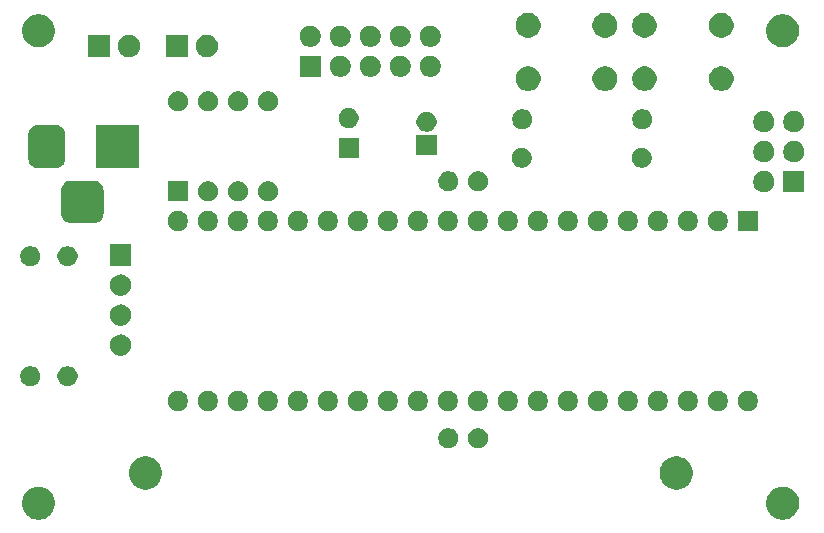
<source format=gbr>
%TF.GenerationSoftware,KiCad,Pcbnew,5.1.5*%
%TF.CreationDate,2020-05-04T11:32:26+02:00*%
%TF.ProjectId,atmega-dcf77-clock,61746d65-6761-42d6-9463-6637372d636c,rev?*%
%TF.SameCoordinates,Original*%
%TF.FileFunction,Soldermask,Bot*%
%TF.FilePolarity,Negative*%
%FSLAX46Y46*%
G04 Gerber Fmt 4.6, Leading zero omitted, Abs format (unit mm)*
G04 Created by KiCad (PCBNEW 5.1.5) date 2020-05-04 11:32:26*
%MOMM*%
%LPD*%
G04 APERTURE LIST*
%ADD10C,0.100000*%
G04 APERTURE END LIST*
D10*
G36*
X106818433Y-121134893D02*
G01*
X106908657Y-121152839D01*
X107002113Y-121191550D01*
X107163621Y-121258449D01*
X107239763Y-121309325D01*
X107393086Y-121411772D01*
X107588228Y-121606914D01*
X107690675Y-121760237D01*
X107741551Y-121836379D01*
X107847161Y-122091344D01*
X107901000Y-122362012D01*
X107901000Y-122637988D01*
X107847161Y-122908656D01*
X107741551Y-123163621D01*
X107741550Y-123163622D01*
X107588228Y-123393086D01*
X107393086Y-123588228D01*
X107239763Y-123690675D01*
X107163621Y-123741551D01*
X107014267Y-123803415D01*
X106908657Y-123847161D01*
X106818433Y-123865107D01*
X106637988Y-123901000D01*
X106362012Y-123901000D01*
X106181567Y-123865107D01*
X106091343Y-123847161D01*
X105985733Y-123803415D01*
X105836379Y-123741551D01*
X105760237Y-123690675D01*
X105606914Y-123588228D01*
X105411772Y-123393086D01*
X105258450Y-123163622D01*
X105258449Y-123163621D01*
X105152839Y-122908656D01*
X105099000Y-122637988D01*
X105099000Y-122362012D01*
X105152839Y-122091344D01*
X105258449Y-121836379D01*
X105309325Y-121760237D01*
X105411772Y-121606914D01*
X105606914Y-121411772D01*
X105760237Y-121309325D01*
X105836379Y-121258449D01*
X105997887Y-121191550D01*
X106091343Y-121152839D01*
X106181567Y-121134893D01*
X106362012Y-121099000D01*
X106637988Y-121099000D01*
X106818433Y-121134893D01*
G37*
G36*
X43818433Y-121134893D02*
G01*
X43908657Y-121152839D01*
X44002113Y-121191550D01*
X44163621Y-121258449D01*
X44239763Y-121309325D01*
X44393086Y-121411772D01*
X44588228Y-121606914D01*
X44690675Y-121760237D01*
X44741551Y-121836379D01*
X44847161Y-122091344D01*
X44901000Y-122362012D01*
X44901000Y-122637988D01*
X44847161Y-122908656D01*
X44741551Y-123163621D01*
X44741550Y-123163622D01*
X44588228Y-123393086D01*
X44393086Y-123588228D01*
X44239763Y-123690675D01*
X44163621Y-123741551D01*
X44014267Y-123803415D01*
X43908657Y-123847161D01*
X43818433Y-123865107D01*
X43637988Y-123901000D01*
X43362012Y-123901000D01*
X43181567Y-123865107D01*
X43091343Y-123847161D01*
X42985733Y-123803415D01*
X42836379Y-123741551D01*
X42760237Y-123690675D01*
X42606914Y-123588228D01*
X42411772Y-123393086D01*
X42258450Y-123163622D01*
X42258449Y-123163621D01*
X42152839Y-122908656D01*
X42099000Y-122637988D01*
X42099000Y-122362012D01*
X42152839Y-122091344D01*
X42258449Y-121836379D01*
X42309325Y-121760237D01*
X42411772Y-121606914D01*
X42606914Y-121411772D01*
X42760237Y-121309325D01*
X42836379Y-121258449D01*
X42997887Y-121191550D01*
X43091343Y-121152839D01*
X43181567Y-121134893D01*
X43362012Y-121099000D01*
X43637988Y-121099000D01*
X43818433Y-121134893D01*
G37*
G36*
X97818433Y-118584893D02*
G01*
X97908657Y-118602839D01*
X98014267Y-118646585D01*
X98163621Y-118708449D01*
X98163622Y-118708450D01*
X98393086Y-118861772D01*
X98588228Y-119056914D01*
X98690675Y-119210237D01*
X98741551Y-119286379D01*
X98847161Y-119541344D01*
X98901000Y-119812012D01*
X98901000Y-120087988D01*
X98847161Y-120358656D01*
X98741551Y-120613621D01*
X98741550Y-120613622D01*
X98588228Y-120843086D01*
X98393086Y-121038228D01*
X98239763Y-121140675D01*
X98163621Y-121191551D01*
X98014267Y-121253415D01*
X97908657Y-121297161D01*
X97818433Y-121315107D01*
X97637988Y-121351000D01*
X97362012Y-121351000D01*
X97181567Y-121315107D01*
X97091343Y-121297161D01*
X96985733Y-121253415D01*
X96836379Y-121191551D01*
X96760237Y-121140675D01*
X96606914Y-121038228D01*
X96411772Y-120843086D01*
X96258450Y-120613622D01*
X96258449Y-120613621D01*
X96152839Y-120358656D01*
X96099000Y-120087988D01*
X96099000Y-119812012D01*
X96152839Y-119541344D01*
X96258449Y-119286379D01*
X96309325Y-119210237D01*
X96411772Y-119056914D01*
X96606914Y-118861772D01*
X96836378Y-118708450D01*
X96836379Y-118708449D01*
X96985733Y-118646585D01*
X97091343Y-118602839D01*
X97181567Y-118584893D01*
X97362012Y-118549000D01*
X97637988Y-118549000D01*
X97818433Y-118584893D01*
G37*
G36*
X52868433Y-118584893D02*
G01*
X52958657Y-118602839D01*
X53064267Y-118646585D01*
X53213621Y-118708449D01*
X53213622Y-118708450D01*
X53443086Y-118861772D01*
X53638228Y-119056914D01*
X53740675Y-119210237D01*
X53791551Y-119286379D01*
X53897161Y-119541344D01*
X53951000Y-119812012D01*
X53951000Y-120087988D01*
X53897161Y-120358656D01*
X53791551Y-120613621D01*
X53791550Y-120613622D01*
X53638228Y-120843086D01*
X53443086Y-121038228D01*
X53289763Y-121140675D01*
X53213621Y-121191551D01*
X53064267Y-121253415D01*
X52958657Y-121297161D01*
X52868433Y-121315107D01*
X52687988Y-121351000D01*
X52412012Y-121351000D01*
X52231567Y-121315107D01*
X52141343Y-121297161D01*
X52035733Y-121253415D01*
X51886379Y-121191551D01*
X51810237Y-121140675D01*
X51656914Y-121038228D01*
X51461772Y-120843086D01*
X51308450Y-120613622D01*
X51308449Y-120613621D01*
X51202839Y-120358656D01*
X51149000Y-120087988D01*
X51149000Y-119812012D01*
X51202839Y-119541344D01*
X51308449Y-119286379D01*
X51359325Y-119210237D01*
X51461772Y-119056914D01*
X51656914Y-118861772D01*
X51886378Y-118708450D01*
X51886379Y-118708449D01*
X52035733Y-118646585D01*
X52141343Y-118602839D01*
X52231567Y-118584893D01*
X52412012Y-118549000D01*
X52687988Y-118549000D01*
X52868433Y-118584893D01*
G37*
G36*
X78448228Y-116181703D02*
G01*
X78603100Y-116245853D01*
X78742481Y-116338985D01*
X78861015Y-116457519D01*
X78954147Y-116596900D01*
X79018297Y-116751772D01*
X79051000Y-116916184D01*
X79051000Y-117083816D01*
X79018297Y-117248228D01*
X78954147Y-117403100D01*
X78861015Y-117542481D01*
X78742481Y-117661015D01*
X78603100Y-117754147D01*
X78448228Y-117818297D01*
X78283816Y-117851000D01*
X78116184Y-117851000D01*
X77951772Y-117818297D01*
X77796900Y-117754147D01*
X77657519Y-117661015D01*
X77538985Y-117542481D01*
X77445853Y-117403100D01*
X77381703Y-117248228D01*
X77349000Y-117083816D01*
X77349000Y-116916184D01*
X77381703Y-116751772D01*
X77445853Y-116596900D01*
X77538985Y-116457519D01*
X77657519Y-116338985D01*
X77796900Y-116245853D01*
X77951772Y-116181703D01*
X78116184Y-116149000D01*
X78283816Y-116149000D01*
X78448228Y-116181703D01*
G37*
G36*
X80948228Y-116181703D02*
G01*
X81103100Y-116245853D01*
X81242481Y-116338985D01*
X81361015Y-116457519D01*
X81454147Y-116596900D01*
X81518297Y-116751772D01*
X81551000Y-116916184D01*
X81551000Y-117083816D01*
X81518297Y-117248228D01*
X81454147Y-117403100D01*
X81361015Y-117542481D01*
X81242481Y-117661015D01*
X81103100Y-117754147D01*
X80948228Y-117818297D01*
X80783816Y-117851000D01*
X80616184Y-117851000D01*
X80451772Y-117818297D01*
X80296900Y-117754147D01*
X80157519Y-117661015D01*
X80038985Y-117542481D01*
X79945853Y-117403100D01*
X79881703Y-117248228D01*
X79849000Y-117083816D01*
X79849000Y-116916184D01*
X79881703Y-116751772D01*
X79945853Y-116596900D01*
X80038985Y-116457519D01*
X80157519Y-116338985D01*
X80296900Y-116245853D01*
X80451772Y-116181703D01*
X80616184Y-116149000D01*
X80783816Y-116149000D01*
X80948228Y-116181703D01*
G37*
G36*
X73318228Y-113021703D02*
G01*
X73473100Y-113085853D01*
X73612481Y-113178985D01*
X73731015Y-113297519D01*
X73824147Y-113436900D01*
X73888297Y-113591772D01*
X73921000Y-113756184D01*
X73921000Y-113923816D01*
X73888297Y-114088228D01*
X73824147Y-114243100D01*
X73731015Y-114382481D01*
X73612481Y-114501015D01*
X73473100Y-114594147D01*
X73318228Y-114658297D01*
X73153816Y-114691000D01*
X72986184Y-114691000D01*
X72821772Y-114658297D01*
X72666900Y-114594147D01*
X72527519Y-114501015D01*
X72408985Y-114382481D01*
X72315853Y-114243100D01*
X72251703Y-114088228D01*
X72219000Y-113923816D01*
X72219000Y-113756184D01*
X72251703Y-113591772D01*
X72315853Y-113436900D01*
X72408985Y-113297519D01*
X72527519Y-113178985D01*
X72666900Y-113085853D01*
X72821772Y-113021703D01*
X72986184Y-112989000D01*
X73153816Y-112989000D01*
X73318228Y-113021703D01*
G37*
G36*
X55538228Y-113021703D02*
G01*
X55693100Y-113085853D01*
X55832481Y-113178985D01*
X55951015Y-113297519D01*
X56044147Y-113436900D01*
X56108297Y-113591772D01*
X56141000Y-113756184D01*
X56141000Y-113923816D01*
X56108297Y-114088228D01*
X56044147Y-114243100D01*
X55951015Y-114382481D01*
X55832481Y-114501015D01*
X55693100Y-114594147D01*
X55538228Y-114658297D01*
X55373816Y-114691000D01*
X55206184Y-114691000D01*
X55041772Y-114658297D01*
X54886900Y-114594147D01*
X54747519Y-114501015D01*
X54628985Y-114382481D01*
X54535853Y-114243100D01*
X54471703Y-114088228D01*
X54439000Y-113923816D01*
X54439000Y-113756184D01*
X54471703Y-113591772D01*
X54535853Y-113436900D01*
X54628985Y-113297519D01*
X54747519Y-113178985D01*
X54886900Y-113085853D01*
X55041772Y-113021703D01*
X55206184Y-112989000D01*
X55373816Y-112989000D01*
X55538228Y-113021703D01*
G37*
G36*
X75858228Y-113021703D02*
G01*
X76013100Y-113085853D01*
X76152481Y-113178985D01*
X76271015Y-113297519D01*
X76364147Y-113436900D01*
X76428297Y-113591772D01*
X76461000Y-113756184D01*
X76461000Y-113923816D01*
X76428297Y-114088228D01*
X76364147Y-114243100D01*
X76271015Y-114382481D01*
X76152481Y-114501015D01*
X76013100Y-114594147D01*
X75858228Y-114658297D01*
X75693816Y-114691000D01*
X75526184Y-114691000D01*
X75361772Y-114658297D01*
X75206900Y-114594147D01*
X75067519Y-114501015D01*
X74948985Y-114382481D01*
X74855853Y-114243100D01*
X74791703Y-114088228D01*
X74759000Y-113923816D01*
X74759000Y-113756184D01*
X74791703Y-113591772D01*
X74855853Y-113436900D01*
X74948985Y-113297519D01*
X75067519Y-113178985D01*
X75206900Y-113085853D01*
X75361772Y-113021703D01*
X75526184Y-112989000D01*
X75693816Y-112989000D01*
X75858228Y-113021703D01*
G37*
G36*
X78398228Y-113021703D02*
G01*
X78553100Y-113085853D01*
X78692481Y-113178985D01*
X78811015Y-113297519D01*
X78904147Y-113436900D01*
X78968297Y-113591772D01*
X79001000Y-113756184D01*
X79001000Y-113923816D01*
X78968297Y-114088228D01*
X78904147Y-114243100D01*
X78811015Y-114382481D01*
X78692481Y-114501015D01*
X78553100Y-114594147D01*
X78398228Y-114658297D01*
X78233816Y-114691000D01*
X78066184Y-114691000D01*
X77901772Y-114658297D01*
X77746900Y-114594147D01*
X77607519Y-114501015D01*
X77488985Y-114382481D01*
X77395853Y-114243100D01*
X77331703Y-114088228D01*
X77299000Y-113923816D01*
X77299000Y-113756184D01*
X77331703Y-113591772D01*
X77395853Y-113436900D01*
X77488985Y-113297519D01*
X77607519Y-113178985D01*
X77746900Y-113085853D01*
X77901772Y-113021703D01*
X78066184Y-112989000D01*
X78233816Y-112989000D01*
X78398228Y-113021703D01*
G37*
G36*
X80938228Y-113021703D02*
G01*
X81093100Y-113085853D01*
X81232481Y-113178985D01*
X81351015Y-113297519D01*
X81444147Y-113436900D01*
X81508297Y-113591772D01*
X81541000Y-113756184D01*
X81541000Y-113923816D01*
X81508297Y-114088228D01*
X81444147Y-114243100D01*
X81351015Y-114382481D01*
X81232481Y-114501015D01*
X81093100Y-114594147D01*
X80938228Y-114658297D01*
X80773816Y-114691000D01*
X80606184Y-114691000D01*
X80441772Y-114658297D01*
X80286900Y-114594147D01*
X80147519Y-114501015D01*
X80028985Y-114382481D01*
X79935853Y-114243100D01*
X79871703Y-114088228D01*
X79839000Y-113923816D01*
X79839000Y-113756184D01*
X79871703Y-113591772D01*
X79935853Y-113436900D01*
X80028985Y-113297519D01*
X80147519Y-113178985D01*
X80286900Y-113085853D01*
X80441772Y-113021703D01*
X80606184Y-112989000D01*
X80773816Y-112989000D01*
X80938228Y-113021703D01*
G37*
G36*
X83478228Y-113021703D02*
G01*
X83633100Y-113085853D01*
X83772481Y-113178985D01*
X83891015Y-113297519D01*
X83984147Y-113436900D01*
X84048297Y-113591772D01*
X84081000Y-113756184D01*
X84081000Y-113923816D01*
X84048297Y-114088228D01*
X83984147Y-114243100D01*
X83891015Y-114382481D01*
X83772481Y-114501015D01*
X83633100Y-114594147D01*
X83478228Y-114658297D01*
X83313816Y-114691000D01*
X83146184Y-114691000D01*
X82981772Y-114658297D01*
X82826900Y-114594147D01*
X82687519Y-114501015D01*
X82568985Y-114382481D01*
X82475853Y-114243100D01*
X82411703Y-114088228D01*
X82379000Y-113923816D01*
X82379000Y-113756184D01*
X82411703Y-113591772D01*
X82475853Y-113436900D01*
X82568985Y-113297519D01*
X82687519Y-113178985D01*
X82826900Y-113085853D01*
X82981772Y-113021703D01*
X83146184Y-112989000D01*
X83313816Y-112989000D01*
X83478228Y-113021703D01*
G37*
G36*
X86018228Y-113021703D02*
G01*
X86173100Y-113085853D01*
X86312481Y-113178985D01*
X86431015Y-113297519D01*
X86524147Y-113436900D01*
X86588297Y-113591772D01*
X86621000Y-113756184D01*
X86621000Y-113923816D01*
X86588297Y-114088228D01*
X86524147Y-114243100D01*
X86431015Y-114382481D01*
X86312481Y-114501015D01*
X86173100Y-114594147D01*
X86018228Y-114658297D01*
X85853816Y-114691000D01*
X85686184Y-114691000D01*
X85521772Y-114658297D01*
X85366900Y-114594147D01*
X85227519Y-114501015D01*
X85108985Y-114382481D01*
X85015853Y-114243100D01*
X84951703Y-114088228D01*
X84919000Y-113923816D01*
X84919000Y-113756184D01*
X84951703Y-113591772D01*
X85015853Y-113436900D01*
X85108985Y-113297519D01*
X85227519Y-113178985D01*
X85366900Y-113085853D01*
X85521772Y-113021703D01*
X85686184Y-112989000D01*
X85853816Y-112989000D01*
X86018228Y-113021703D01*
G37*
G36*
X88558228Y-113021703D02*
G01*
X88713100Y-113085853D01*
X88852481Y-113178985D01*
X88971015Y-113297519D01*
X89064147Y-113436900D01*
X89128297Y-113591772D01*
X89161000Y-113756184D01*
X89161000Y-113923816D01*
X89128297Y-114088228D01*
X89064147Y-114243100D01*
X88971015Y-114382481D01*
X88852481Y-114501015D01*
X88713100Y-114594147D01*
X88558228Y-114658297D01*
X88393816Y-114691000D01*
X88226184Y-114691000D01*
X88061772Y-114658297D01*
X87906900Y-114594147D01*
X87767519Y-114501015D01*
X87648985Y-114382481D01*
X87555853Y-114243100D01*
X87491703Y-114088228D01*
X87459000Y-113923816D01*
X87459000Y-113756184D01*
X87491703Y-113591772D01*
X87555853Y-113436900D01*
X87648985Y-113297519D01*
X87767519Y-113178985D01*
X87906900Y-113085853D01*
X88061772Y-113021703D01*
X88226184Y-112989000D01*
X88393816Y-112989000D01*
X88558228Y-113021703D01*
G37*
G36*
X93638228Y-113021703D02*
G01*
X93793100Y-113085853D01*
X93932481Y-113178985D01*
X94051015Y-113297519D01*
X94144147Y-113436900D01*
X94208297Y-113591772D01*
X94241000Y-113756184D01*
X94241000Y-113923816D01*
X94208297Y-114088228D01*
X94144147Y-114243100D01*
X94051015Y-114382481D01*
X93932481Y-114501015D01*
X93793100Y-114594147D01*
X93638228Y-114658297D01*
X93473816Y-114691000D01*
X93306184Y-114691000D01*
X93141772Y-114658297D01*
X92986900Y-114594147D01*
X92847519Y-114501015D01*
X92728985Y-114382481D01*
X92635853Y-114243100D01*
X92571703Y-114088228D01*
X92539000Y-113923816D01*
X92539000Y-113756184D01*
X92571703Y-113591772D01*
X92635853Y-113436900D01*
X92728985Y-113297519D01*
X92847519Y-113178985D01*
X92986900Y-113085853D01*
X93141772Y-113021703D01*
X93306184Y-112989000D01*
X93473816Y-112989000D01*
X93638228Y-113021703D01*
G37*
G36*
X70778228Y-113021703D02*
G01*
X70933100Y-113085853D01*
X71072481Y-113178985D01*
X71191015Y-113297519D01*
X71284147Y-113436900D01*
X71348297Y-113591772D01*
X71381000Y-113756184D01*
X71381000Y-113923816D01*
X71348297Y-114088228D01*
X71284147Y-114243100D01*
X71191015Y-114382481D01*
X71072481Y-114501015D01*
X70933100Y-114594147D01*
X70778228Y-114658297D01*
X70613816Y-114691000D01*
X70446184Y-114691000D01*
X70281772Y-114658297D01*
X70126900Y-114594147D01*
X69987519Y-114501015D01*
X69868985Y-114382481D01*
X69775853Y-114243100D01*
X69711703Y-114088228D01*
X69679000Y-113923816D01*
X69679000Y-113756184D01*
X69711703Y-113591772D01*
X69775853Y-113436900D01*
X69868985Y-113297519D01*
X69987519Y-113178985D01*
X70126900Y-113085853D01*
X70281772Y-113021703D01*
X70446184Y-112989000D01*
X70613816Y-112989000D01*
X70778228Y-113021703D01*
G37*
G36*
X103798228Y-113021703D02*
G01*
X103953100Y-113085853D01*
X104092481Y-113178985D01*
X104211015Y-113297519D01*
X104304147Y-113436900D01*
X104368297Y-113591772D01*
X104401000Y-113756184D01*
X104401000Y-113923816D01*
X104368297Y-114088228D01*
X104304147Y-114243100D01*
X104211015Y-114382481D01*
X104092481Y-114501015D01*
X103953100Y-114594147D01*
X103798228Y-114658297D01*
X103633816Y-114691000D01*
X103466184Y-114691000D01*
X103301772Y-114658297D01*
X103146900Y-114594147D01*
X103007519Y-114501015D01*
X102888985Y-114382481D01*
X102795853Y-114243100D01*
X102731703Y-114088228D01*
X102699000Y-113923816D01*
X102699000Y-113756184D01*
X102731703Y-113591772D01*
X102795853Y-113436900D01*
X102888985Y-113297519D01*
X103007519Y-113178985D01*
X103146900Y-113085853D01*
X103301772Y-113021703D01*
X103466184Y-112989000D01*
X103633816Y-112989000D01*
X103798228Y-113021703D01*
G37*
G36*
X101258228Y-113021703D02*
G01*
X101413100Y-113085853D01*
X101552481Y-113178985D01*
X101671015Y-113297519D01*
X101764147Y-113436900D01*
X101828297Y-113591772D01*
X101861000Y-113756184D01*
X101861000Y-113923816D01*
X101828297Y-114088228D01*
X101764147Y-114243100D01*
X101671015Y-114382481D01*
X101552481Y-114501015D01*
X101413100Y-114594147D01*
X101258228Y-114658297D01*
X101093816Y-114691000D01*
X100926184Y-114691000D01*
X100761772Y-114658297D01*
X100606900Y-114594147D01*
X100467519Y-114501015D01*
X100348985Y-114382481D01*
X100255853Y-114243100D01*
X100191703Y-114088228D01*
X100159000Y-113923816D01*
X100159000Y-113756184D01*
X100191703Y-113591772D01*
X100255853Y-113436900D01*
X100348985Y-113297519D01*
X100467519Y-113178985D01*
X100606900Y-113085853D01*
X100761772Y-113021703D01*
X100926184Y-112989000D01*
X101093816Y-112989000D01*
X101258228Y-113021703D01*
G37*
G36*
X98718228Y-113021703D02*
G01*
X98873100Y-113085853D01*
X99012481Y-113178985D01*
X99131015Y-113297519D01*
X99224147Y-113436900D01*
X99288297Y-113591772D01*
X99321000Y-113756184D01*
X99321000Y-113923816D01*
X99288297Y-114088228D01*
X99224147Y-114243100D01*
X99131015Y-114382481D01*
X99012481Y-114501015D01*
X98873100Y-114594147D01*
X98718228Y-114658297D01*
X98553816Y-114691000D01*
X98386184Y-114691000D01*
X98221772Y-114658297D01*
X98066900Y-114594147D01*
X97927519Y-114501015D01*
X97808985Y-114382481D01*
X97715853Y-114243100D01*
X97651703Y-114088228D01*
X97619000Y-113923816D01*
X97619000Y-113756184D01*
X97651703Y-113591772D01*
X97715853Y-113436900D01*
X97808985Y-113297519D01*
X97927519Y-113178985D01*
X98066900Y-113085853D01*
X98221772Y-113021703D01*
X98386184Y-112989000D01*
X98553816Y-112989000D01*
X98718228Y-113021703D01*
G37*
G36*
X65698228Y-113021703D02*
G01*
X65853100Y-113085853D01*
X65992481Y-113178985D01*
X66111015Y-113297519D01*
X66204147Y-113436900D01*
X66268297Y-113591772D01*
X66301000Y-113756184D01*
X66301000Y-113923816D01*
X66268297Y-114088228D01*
X66204147Y-114243100D01*
X66111015Y-114382481D01*
X65992481Y-114501015D01*
X65853100Y-114594147D01*
X65698228Y-114658297D01*
X65533816Y-114691000D01*
X65366184Y-114691000D01*
X65201772Y-114658297D01*
X65046900Y-114594147D01*
X64907519Y-114501015D01*
X64788985Y-114382481D01*
X64695853Y-114243100D01*
X64631703Y-114088228D01*
X64599000Y-113923816D01*
X64599000Y-113756184D01*
X64631703Y-113591772D01*
X64695853Y-113436900D01*
X64788985Y-113297519D01*
X64907519Y-113178985D01*
X65046900Y-113085853D01*
X65201772Y-113021703D01*
X65366184Y-112989000D01*
X65533816Y-112989000D01*
X65698228Y-113021703D01*
G37*
G36*
X63158228Y-113021703D02*
G01*
X63313100Y-113085853D01*
X63452481Y-113178985D01*
X63571015Y-113297519D01*
X63664147Y-113436900D01*
X63728297Y-113591772D01*
X63761000Y-113756184D01*
X63761000Y-113923816D01*
X63728297Y-114088228D01*
X63664147Y-114243100D01*
X63571015Y-114382481D01*
X63452481Y-114501015D01*
X63313100Y-114594147D01*
X63158228Y-114658297D01*
X62993816Y-114691000D01*
X62826184Y-114691000D01*
X62661772Y-114658297D01*
X62506900Y-114594147D01*
X62367519Y-114501015D01*
X62248985Y-114382481D01*
X62155853Y-114243100D01*
X62091703Y-114088228D01*
X62059000Y-113923816D01*
X62059000Y-113756184D01*
X62091703Y-113591772D01*
X62155853Y-113436900D01*
X62248985Y-113297519D01*
X62367519Y-113178985D01*
X62506900Y-113085853D01*
X62661772Y-113021703D01*
X62826184Y-112989000D01*
X62993816Y-112989000D01*
X63158228Y-113021703D01*
G37*
G36*
X68238228Y-113021703D02*
G01*
X68393100Y-113085853D01*
X68532481Y-113178985D01*
X68651015Y-113297519D01*
X68744147Y-113436900D01*
X68808297Y-113591772D01*
X68841000Y-113756184D01*
X68841000Y-113923816D01*
X68808297Y-114088228D01*
X68744147Y-114243100D01*
X68651015Y-114382481D01*
X68532481Y-114501015D01*
X68393100Y-114594147D01*
X68238228Y-114658297D01*
X68073816Y-114691000D01*
X67906184Y-114691000D01*
X67741772Y-114658297D01*
X67586900Y-114594147D01*
X67447519Y-114501015D01*
X67328985Y-114382481D01*
X67235853Y-114243100D01*
X67171703Y-114088228D01*
X67139000Y-113923816D01*
X67139000Y-113756184D01*
X67171703Y-113591772D01*
X67235853Y-113436900D01*
X67328985Y-113297519D01*
X67447519Y-113178985D01*
X67586900Y-113085853D01*
X67741772Y-113021703D01*
X67906184Y-112989000D01*
X68073816Y-112989000D01*
X68238228Y-113021703D01*
G37*
G36*
X60618228Y-113021703D02*
G01*
X60773100Y-113085853D01*
X60912481Y-113178985D01*
X61031015Y-113297519D01*
X61124147Y-113436900D01*
X61188297Y-113591772D01*
X61221000Y-113756184D01*
X61221000Y-113923816D01*
X61188297Y-114088228D01*
X61124147Y-114243100D01*
X61031015Y-114382481D01*
X60912481Y-114501015D01*
X60773100Y-114594147D01*
X60618228Y-114658297D01*
X60453816Y-114691000D01*
X60286184Y-114691000D01*
X60121772Y-114658297D01*
X59966900Y-114594147D01*
X59827519Y-114501015D01*
X59708985Y-114382481D01*
X59615853Y-114243100D01*
X59551703Y-114088228D01*
X59519000Y-113923816D01*
X59519000Y-113756184D01*
X59551703Y-113591772D01*
X59615853Y-113436900D01*
X59708985Y-113297519D01*
X59827519Y-113178985D01*
X59966900Y-113085853D01*
X60121772Y-113021703D01*
X60286184Y-112989000D01*
X60453816Y-112989000D01*
X60618228Y-113021703D01*
G37*
G36*
X96178228Y-113021703D02*
G01*
X96333100Y-113085853D01*
X96472481Y-113178985D01*
X96591015Y-113297519D01*
X96684147Y-113436900D01*
X96748297Y-113591772D01*
X96781000Y-113756184D01*
X96781000Y-113923816D01*
X96748297Y-114088228D01*
X96684147Y-114243100D01*
X96591015Y-114382481D01*
X96472481Y-114501015D01*
X96333100Y-114594147D01*
X96178228Y-114658297D01*
X96013816Y-114691000D01*
X95846184Y-114691000D01*
X95681772Y-114658297D01*
X95526900Y-114594147D01*
X95387519Y-114501015D01*
X95268985Y-114382481D01*
X95175853Y-114243100D01*
X95111703Y-114088228D01*
X95079000Y-113923816D01*
X95079000Y-113756184D01*
X95111703Y-113591772D01*
X95175853Y-113436900D01*
X95268985Y-113297519D01*
X95387519Y-113178985D01*
X95526900Y-113085853D01*
X95681772Y-113021703D01*
X95846184Y-112989000D01*
X96013816Y-112989000D01*
X96178228Y-113021703D01*
G37*
G36*
X58078228Y-113021703D02*
G01*
X58233100Y-113085853D01*
X58372481Y-113178985D01*
X58491015Y-113297519D01*
X58584147Y-113436900D01*
X58648297Y-113591772D01*
X58681000Y-113756184D01*
X58681000Y-113923816D01*
X58648297Y-114088228D01*
X58584147Y-114243100D01*
X58491015Y-114382481D01*
X58372481Y-114501015D01*
X58233100Y-114594147D01*
X58078228Y-114658297D01*
X57913816Y-114691000D01*
X57746184Y-114691000D01*
X57581772Y-114658297D01*
X57426900Y-114594147D01*
X57287519Y-114501015D01*
X57168985Y-114382481D01*
X57075853Y-114243100D01*
X57011703Y-114088228D01*
X56979000Y-113923816D01*
X56979000Y-113756184D01*
X57011703Y-113591772D01*
X57075853Y-113436900D01*
X57168985Y-113297519D01*
X57287519Y-113178985D01*
X57426900Y-113085853D01*
X57581772Y-113021703D01*
X57746184Y-112989000D01*
X57913816Y-112989000D01*
X58078228Y-113021703D01*
G37*
G36*
X91098228Y-113021703D02*
G01*
X91253100Y-113085853D01*
X91392481Y-113178985D01*
X91511015Y-113297519D01*
X91604147Y-113436900D01*
X91668297Y-113591772D01*
X91701000Y-113756184D01*
X91701000Y-113923816D01*
X91668297Y-114088228D01*
X91604147Y-114243100D01*
X91511015Y-114382481D01*
X91392481Y-114501015D01*
X91253100Y-114594147D01*
X91098228Y-114658297D01*
X90933816Y-114691000D01*
X90766184Y-114691000D01*
X90601772Y-114658297D01*
X90446900Y-114594147D01*
X90307519Y-114501015D01*
X90188985Y-114382481D01*
X90095853Y-114243100D01*
X90031703Y-114088228D01*
X89999000Y-113923816D01*
X89999000Y-113756184D01*
X90031703Y-113591772D01*
X90095853Y-113436900D01*
X90188985Y-113297519D01*
X90307519Y-113178985D01*
X90446900Y-113085853D01*
X90601772Y-113021703D01*
X90766184Y-112989000D01*
X90933816Y-112989000D01*
X91098228Y-113021703D01*
G37*
G36*
X43048228Y-110941703D02*
G01*
X43203100Y-111005853D01*
X43342481Y-111098985D01*
X43461015Y-111217519D01*
X43554147Y-111356900D01*
X43618297Y-111511772D01*
X43651000Y-111676184D01*
X43651000Y-111843816D01*
X43618297Y-112008228D01*
X43554147Y-112163100D01*
X43461015Y-112302481D01*
X43342481Y-112421015D01*
X43203100Y-112514147D01*
X43048228Y-112578297D01*
X42883816Y-112611000D01*
X42716184Y-112611000D01*
X42551772Y-112578297D01*
X42396900Y-112514147D01*
X42257519Y-112421015D01*
X42138985Y-112302481D01*
X42045853Y-112163100D01*
X41981703Y-112008228D01*
X41949000Y-111843816D01*
X41949000Y-111676184D01*
X41981703Y-111511772D01*
X42045853Y-111356900D01*
X42138985Y-111217519D01*
X42257519Y-111098985D01*
X42396900Y-111005853D01*
X42551772Y-110941703D01*
X42716184Y-110909000D01*
X42883816Y-110909000D01*
X43048228Y-110941703D01*
G37*
G36*
X46198228Y-110931703D02*
G01*
X46353100Y-110995853D01*
X46492481Y-111088985D01*
X46611015Y-111207519D01*
X46704147Y-111346900D01*
X46768297Y-111501772D01*
X46801000Y-111666184D01*
X46801000Y-111833816D01*
X46768297Y-111998228D01*
X46704147Y-112153100D01*
X46611015Y-112292481D01*
X46492481Y-112411015D01*
X46353100Y-112504147D01*
X46198228Y-112568297D01*
X46033816Y-112601000D01*
X45866184Y-112601000D01*
X45701772Y-112568297D01*
X45546900Y-112504147D01*
X45407519Y-112411015D01*
X45288985Y-112292481D01*
X45195853Y-112153100D01*
X45131703Y-111998228D01*
X45099000Y-111833816D01*
X45099000Y-111666184D01*
X45131703Y-111501772D01*
X45195853Y-111346900D01*
X45288985Y-111207519D01*
X45407519Y-111088985D01*
X45546900Y-110995853D01*
X45701772Y-110931703D01*
X45866184Y-110899000D01*
X46033816Y-110899000D01*
X46198228Y-110931703D01*
G37*
G36*
X50563512Y-108223927D02*
G01*
X50712812Y-108253624D01*
X50876784Y-108321544D01*
X51024354Y-108420147D01*
X51149853Y-108545646D01*
X51248456Y-108693216D01*
X51316376Y-108857188D01*
X51351000Y-109031259D01*
X51351000Y-109208741D01*
X51316376Y-109382812D01*
X51248456Y-109546784D01*
X51149853Y-109694354D01*
X51024354Y-109819853D01*
X50876784Y-109918456D01*
X50712812Y-109986376D01*
X50563512Y-110016073D01*
X50538742Y-110021000D01*
X50361258Y-110021000D01*
X50336488Y-110016073D01*
X50187188Y-109986376D01*
X50023216Y-109918456D01*
X49875646Y-109819853D01*
X49750147Y-109694354D01*
X49651544Y-109546784D01*
X49583624Y-109382812D01*
X49549000Y-109208741D01*
X49549000Y-109031259D01*
X49583624Y-108857188D01*
X49651544Y-108693216D01*
X49750147Y-108545646D01*
X49875646Y-108420147D01*
X50023216Y-108321544D01*
X50187188Y-108253624D01*
X50336488Y-108223927D01*
X50361258Y-108219000D01*
X50538742Y-108219000D01*
X50563512Y-108223927D01*
G37*
G36*
X50563512Y-105683927D02*
G01*
X50712812Y-105713624D01*
X50876784Y-105781544D01*
X51024354Y-105880147D01*
X51149853Y-106005646D01*
X51248456Y-106153216D01*
X51316376Y-106317188D01*
X51351000Y-106491259D01*
X51351000Y-106668741D01*
X51316376Y-106842812D01*
X51248456Y-107006784D01*
X51149853Y-107154354D01*
X51024354Y-107279853D01*
X50876784Y-107378456D01*
X50712812Y-107446376D01*
X50563512Y-107476073D01*
X50538742Y-107481000D01*
X50361258Y-107481000D01*
X50336488Y-107476073D01*
X50187188Y-107446376D01*
X50023216Y-107378456D01*
X49875646Y-107279853D01*
X49750147Y-107154354D01*
X49651544Y-107006784D01*
X49583624Y-106842812D01*
X49549000Y-106668741D01*
X49549000Y-106491259D01*
X49583624Y-106317188D01*
X49651544Y-106153216D01*
X49750147Y-106005646D01*
X49875646Y-105880147D01*
X50023216Y-105781544D01*
X50187188Y-105713624D01*
X50336488Y-105683927D01*
X50361258Y-105679000D01*
X50538742Y-105679000D01*
X50563512Y-105683927D01*
G37*
G36*
X50563512Y-103143927D02*
G01*
X50712812Y-103173624D01*
X50876784Y-103241544D01*
X51024354Y-103340147D01*
X51149853Y-103465646D01*
X51248456Y-103613216D01*
X51316376Y-103777188D01*
X51351000Y-103951259D01*
X51351000Y-104128741D01*
X51316376Y-104302812D01*
X51248456Y-104466784D01*
X51149853Y-104614354D01*
X51024354Y-104739853D01*
X50876784Y-104838456D01*
X50712812Y-104906376D01*
X50563512Y-104936073D01*
X50538742Y-104941000D01*
X50361258Y-104941000D01*
X50336488Y-104936073D01*
X50187188Y-104906376D01*
X50023216Y-104838456D01*
X49875646Y-104739853D01*
X49750147Y-104614354D01*
X49651544Y-104466784D01*
X49583624Y-104302812D01*
X49549000Y-104128741D01*
X49549000Y-103951259D01*
X49583624Y-103777188D01*
X49651544Y-103613216D01*
X49750147Y-103465646D01*
X49875646Y-103340147D01*
X50023216Y-103241544D01*
X50187188Y-103173624D01*
X50336488Y-103143927D01*
X50361258Y-103139000D01*
X50538742Y-103139000D01*
X50563512Y-103143927D01*
G37*
G36*
X43048228Y-100781703D02*
G01*
X43203100Y-100845853D01*
X43342481Y-100938985D01*
X43461015Y-101057519D01*
X43554147Y-101196900D01*
X43618297Y-101351772D01*
X43651000Y-101516184D01*
X43651000Y-101683816D01*
X43618297Y-101848228D01*
X43554147Y-102003100D01*
X43461015Y-102142481D01*
X43342481Y-102261015D01*
X43203100Y-102354147D01*
X43048228Y-102418297D01*
X42883816Y-102451000D01*
X42716184Y-102451000D01*
X42551772Y-102418297D01*
X42396900Y-102354147D01*
X42257519Y-102261015D01*
X42138985Y-102142481D01*
X42045853Y-102003100D01*
X41981703Y-101848228D01*
X41949000Y-101683816D01*
X41949000Y-101516184D01*
X41981703Y-101351772D01*
X42045853Y-101196900D01*
X42138985Y-101057519D01*
X42257519Y-100938985D01*
X42396900Y-100845853D01*
X42551772Y-100781703D01*
X42716184Y-100749000D01*
X42883816Y-100749000D01*
X43048228Y-100781703D01*
G37*
G36*
X46198228Y-100771703D02*
G01*
X46353100Y-100835853D01*
X46492481Y-100928985D01*
X46611015Y-101047519D01*
X46704147Y-101186900D01*
X46768297Y-101341772D01*
X46801000Y-101506184D01*
X46801000Y-101673816D01*
X46768297Y-101838228D01*
X46704147Y-101993100D01*
X46611015Y-102132481D01*
X46492481Y-102251015D01*
X46353100Y-102344147D01*
X46198228Y-102408297D01*
X46033816Y-102441000D01*
X45866184Y-102441000D01*
X45701772Y-102408297D01*
X45546900Y-102344147D01*
X45407519Y-102251015D01*
X45288985Y-102132481D01*
X45195853Y-101993100D01*
X45131703Y-101838228D01*
X45099000Y-101673816D01*
X45099000Y-101506184D01*
X45131703Y-101341772D01*
X45195853Y-101186900D01*
X45288985Y-101047519D01*
X45407519Y-100928985D01*
X45546900Y-100835853D01*
X45701772Y-100771703D01*
X45866184Y-100739000D01*
X46033816Y-100739000D01*
X46198228Y-100771703D01*
G37*
G36*
X51351000Y-102401000D02*
G01*
X49549000Y-102401000D01*
X49549000Y-100599000D01*
X51351000Y-100599000D01*
X51351000Y-102401000D01*
G37*
G36*
X58078228Y-97781703D02*
G01*
X58233100Y-97845853D01*
X58372481Y-97938985D01*
X58491015Y-98057519D01*
X58584147Y-98196900D01*
X58648297Y-98351772D01*
X58681000Y-98516184D01*
X58681000Y-98683816D01*
X58648297Y-98848228D01*
X58584147Y-99003100D01*
X58491015Y-99142481D01*
X58372481Y-99261015D01*
X58233100Y-99354147D01*
X58078228Y-99418297D01*
X57913816Y-99451000D01*
X57746184Y-99451000D01*
X57581772Y-99418297D01*
X57426900Y-99354147D01*
X57287519Y-99261015D01*
X57168985Y-99142481D01*
X57075853Y-99003100D01*
X57011703Y-98848228D01*
X56979000Y-98683816D01*
X56979000Y-98516184D01*
X57011703Y-98351772D01*
X57075853Y-98196900D01*
X57168985Y-98057519D01*
X57287519Y-97938985D01*
X57426900Y-97845853D01*
X57581772Y-97781703D01*
X57746184Y-97749000D01*
X57913816Y-97749000D01*
X58078228Y-97781703D01*
G37*
G36*
X60618228Y-97781703D02*
G01*
X60773100Y-97845853D01*
X60912481Y-97938985D01*
X61031015Y-98057519D01*
X61124147Y-98196900D01*
X61188297Y-98351772D01*
X61221000Y-98516184D01*
X61221000Y-98683816D01*
X61188297Y-98848228D01*
X61124147Y-99003100D01*
X61031015Y-99142481D01*
X60912481Y-99261015D01*
X60773100Y-99354147D01*
X60618228Y-99418297D01*
X60453816Y-99451000D01*
X60286184Y-99451000D01*
X60121772Y-99418297D01*
X59966900Y-99354147D01*
X59827519Y-99261015D01*
X59708985Y-99142481D01*
X59615853Y-99003100D01*
X59551703Y-98848228D01*
X59519000Y-98683816D01*
X59519000Y-98516184D01*
X59551703Y-98351772D01*
X59615853Y-98196900D01*
X59708985Y-98057519D01*
X59827519Y-97938985D01*
X59966900Y-97845853D01*
X60121772Y-97781703D01*
X60286184Y-97749000D01*
X60453816Y-97749000D01*
X60618228Y-97781703D01*
G37*
G36*
X65698228Y-97781703D02*
G01*
X65853100Y-97845853D01*
X65992481Y-97938985D01*
X66111015Y-98057519D01*
X66204147Y-98196900D01*
X66268297Y-98351772D01*
X66301000Y-98516184D01*
X66301000Y-98683816D01*
X66268297Y-98848228D01*
X66204147Y-99003100D01*
X66111015Y-99142481D01*
X65992481Y-99261015D01*
X65853100Y-99354147D01*
X65698228Y-99418297D01*
X65533816Y-99451000D01*
X65366184Y-99451000D01*
X65201772Y-99418297D01*
X65046900Y-99354147D01*
X64907519Y-99261015D01*
X64788985Y-99142481D01*
X64695853Y-99003100D01*
X64631703Y-98848228D01*
X64599000Y-98683816D01*
X64599000Y-98516184D01*
X64631703Y-98351772D01*
X64695853Y-98196900D01*
X64788985Y-98057519D01*
X64907519Y-97938985D01*
X65046900Y-97845853D01*
X65201772Y-97781703D01*
X65366184Y-97749000D01*
X65533816Y-97749000D01*
X65698228Y-97781703D01*
G37*
G36*
X63158228Y-97781703D02*
G01*
X63313100Y-97845853D01*
X63452481Y-97938985D01*
X63571015Y-98057519D01*
X63664147Y-98196900D01*
X63728297Y-98351772D01*
X63761000Y-98516184D01*
X63761000Y-98683816D01*
X63728297Y-98848228D01*
X63664147Y-99003100D01*
X63571015Y-99142481D01*
X63452481Y-99261015D01*
X63313100Y-99354147D01*
X63158228Y-99418297D01*
X62993816Y-99451000D01*
X62826184Y-99451000D01*
X62661772Y-99418297D01*
X62506900Y-99354147D01*
X62367519Y-99261015D01*
X62248985Y-99142481D01*
X62155853Y-99003100D01*
X62091703Y-98848228D01*
X62059000Y-98683816D01*
X62059000Y-98516184D01*
X62091703Y-98351772D01*
X62155853Y-98196900D01*
X62248985Y-98057519D01*
X62367519Y-97938985D01*
X62506900Y-97845853D01*
X62661772Y-97781703D01*
X62826184Y-97749000D01*
X62993816Y-97749000D01*
X63158228Y-97781703D01*
G37*
G36*
X68238228Y-97781703D02*
G01*
X68393100Y-97845853D01*
X68532481Y-97938985D01*
X68651015Y-98057519D01*
X68744147Y-98196900D01*
X68808297Y-98351772D01*
X68841000Y-98516184D01*
X68841000Y-98683816D01*
X68808297Y-98848228D01*
X68744147Y-99003100D01*
X68651015Y-99142481D01*
X68532481Y-99261015D01*
X68393100Y-99354147D01*
X68238228Y-99418297D01*
X68073816Y-99451000D01*
X67906184Y-99451000D01*
X67741772Y-99418297D01*
X67586900Y-99354147D01*
X67447519Y-99261015D01*
X67328985Y-99142481D01*
X67235853Y-99003100D01*
X67171703Y-98848228D01*
X67139000Y-98683816D01*
X67139000Y-98516184D01*
X67171703Y-98351772D01*
X67235853Y-98196900D01*
X67328985Y-98057519D01*
X67447519Y-97938985D01*
X67586900Y-97845853D01*
X67741772Y-97781703D01*
X67906184Y-97749000D01*
X68073816Y-97749000D01*
X68238228Y-97781703D01*
G37*
G36*
X70778228Y-97781703D02*
G01*
X70933100Y-97845853D01*
X71072481Y-97938985D01*
X71191015Y-98057519D01*
X71284147Y-98196900D01*
X71348297Y-98351772D01*
X71381000Y-98516184D01*
X71381000Y-98683816D01*
X71348297Y-98848228D01*
X71284147Y-99003100D01*
X71191015Y-99142481D01*
X71072481Y-99261015D01*
X70933100Y-99354147D01*
X70778228Y-99418297D01*
X70613816Y-99451000D01*
X70446184Y-99451000D01*
X70281772Y-99418297D01*
X70126900Y-99354147D01*
X69987519Y-99261015D01*
X69868985Y-99142481D01*
X69775853Y-99003100D01*
X69711703Y-98848228D01*
X69679000Y-98683816D01*
X69679000Y-98516184D01*
X69711703Y-98351772D01*
X69775853Y-98196900D01*
X69868985Y-98057519D01*
X69987519Y-97938985D01*
X70126900Y-97845853D01*
X70281772Y-97781703D01*
X70446184Y-97749000D01*
X70613816Y-97749000D01*
X70778228Y-97781703D01*
G37*
G36*
X73318228Y-97781703D02*
G01*
X73473100Y-97845853D01*
X73612481Y-97938985D01*
X73731015Y-98057519D01*
X73824147Y-98196900D01*
X73888297Y-98351772D01*
X73921000Y-98516184D01*
X73921000Y-98683816D01*
X73888297Y-98848228D01*
X73824147Y-99003100D01*
X73731015Y-99142481D01*
X73612481Y-99261015D01*
X73473100Y-99354147D01*
X73318228Y-99418297D01*
X73153816Y-99451000D01*
X72986184Y-99451000D01*
X72821772Y-99418297D01*
X72666900Y-99354147D01*
X72527519Y-99261015D01*
X72408985Y-99142481D01*
X72315853Y-99003100D01*
X72251703Y-98848228D01*
X72219000Y-98683816D01*
X72219000Y-98516184D01*
X72251703Y-98351772D01*
X72315853Y-98196900D01*
X72408985Y-98057519D01*
X72527519Y-97938985D01*
X72666900Y-97845853D01*
X72821772Y-97781703D01*
X72986184Y-97749000D01*
X73153816Y-97749000D01*
X73318228Y-97781703D01*
G37*
G36*
X75858228Y-97781703D02*
G01*
X76013100Y-97845853D01*
X76152481Y-97938985D01*
X76271015Y-98057519D01*
X76364147Y-98196900D01*
X76428297Y-98351772D01*
X76461000Y-98516184D01*
X76461000Y-98683816D01*
X76428297Y-98848228D01*
X76364147Y-99003100D01*
X76271015Y-99142481D01*
X76152481Y-99261015D01*
X76013100Y-99354147D01*
X75858228Y-99418297D01*
X75693816Y-99451000D01*
X75526184Y-99451000D01*
X75361772Y-99418297D01*
X75206900Y-99354147D01*
X75067519Y-99261015D01*
X74948985Y-99142481D01*
X74855853Y-99003100D01*
X74791703Y-98848228D01*
X74759000Y-98683816D01*
X74759000Y-98516184D01*
X74791703Y-98351772D01*
X74855853Y-98196900D01*
X74948985Y-98057519D01*
X75067519Y-97938985D01*
X75206900Y-97845853D01*
X75361772Y-97781703D01*
X75526184Y-97749000D01*
X75693816Y-97749000D01*
X75858228Y-97781703D01*
G37*
G36*
X80938228Y-97781703D02*
G01*
X81093100Y-97845853D01*
X81232481Y-97938985D01*
X81351015Y-98057519D01*
X81444147Y-98196900D01*
X81508297Y-98351772D01*
X81541000Y-98516184D01*
X81541000Y-98683816D01*
X81508297Y-98848228D01*
X81444147Y-99003100D01*
X81351015Y-99142481D01*
X81232481Y-99261015D01*
X81093100Y-99354147D01*
X80938228Y-99418297D01*
X80773816Y-99451000D01*
X80606184Y-99451000D01*
X80441772Y-99418297D01*
X80286900Y-99354147D01*
X80147519Y-99261015D01*
X80028985Y-99142481D01*
X79935853Y-99003100D01*
X79871703Y-98848228D01*
X79839000Y-98683816D01*
X79839000Y-98516184D01*
X79871703Y-98351772D01*
X79935853Y-98196900D01*
X80028985Y-98057519D01*
X80147519Y-97938985D01*
X80286900Y-97845853D01*
X80441772Y-97781703D01*
X80606184Y-97749000D01*
X80773816Y-97749000D01*
X80938228Y-97781703D01*
G37*
G36*
X78398228Y-97781703D02*
G01*
X78553100Y-97845853D01*
X78692481Y-97938985D01*
X78811015Y-98057519D01*
X78904147Y-98196900D01*
X78968297Y-98351772D01*
X79001000Y-98516184D01*
X79001000Y-98683816D01*
X78968297Y-98848228D01*
X78904147Y-99003100D01*
X78811015Y-99142481D01*
X78692481Y-99261015D01*
X78553100Y-99354147D01*
X78398228Y-99418297D01*
X78233816Y-99451000D01*
X78066184Y-99451000D01*
X77901772Y-99418297D01*
X77746900Y-99354147D01*
X77607519Y-99261015D01*
X77488985Y-99142481D01*
X77395853Y-99003100D01*
X77331703Y-98848228D01*
X77299000Y-98683816D01*
X77299000Y-98516184D01*
X77331703Y-98351772D01*
X77395853Y-98196900D01*
X77488985Y-98057519D01*
X77607519Y-97938985D01*
X77746900Y-97845853D01*
X77901772Y-97781703D01*
X78066184Y-97749000D01*
X78233816Y-97749000D01*
X78398228Y-97781703D01*
G37*
G36*
X104401000Y-99451000D02*
G01*
X102699000Y-99451000D01*
X102699000Y-97749000D01*
X104401000Y-97749000D01*
X104401000Y-99451000D01*
G37*
G36*
X83478228Y-97781703D02*
G01*
X83633100Y-97845853D01*
X83772481Y-97938985D01*
X83891015Y-98057519D01*
X83984147Y-98196900D01*
X84048297Y-98351772D01*
X84081000Y-98516184D01*
X84081000Y-98683816D01*
X84048297Y-98848228D01*
X83984147Y-99003100D01*
X83891015Y-99142481D01*
X83772481Y-99261015D01*
X83633100Y-99354147D01*
X83478228Y-99418297D01*
X83313816Y-99451000D01*
X83146184Y-99451000D01*
X82981772Y-99418297D01*
X82826900Y-99354147D01*
X82687519Y-99261015D01*
X82568985Y-99142481D01*
X82475853Y-99003100D01*
X82411703Y-98848228D01*
X82379000Y-98683816D01*
X82379000Y-98516184D01*
X82411703Y-98351772D01*
X82475853Y-98196900D01*
X82568985Y-98057519D01*
X82687519Y-97938985D01*
X82826900Y-97845853D01*
X82981772Y-97781703D01*
X83146184Y-97749000D01*
X83313816Y-97749000D01*
X83478228Y-97781703D01*
G37*
G36*
X96178228Y-97781703D02*
G01*
X96333100Y-97845853D01*
X96472481Y-97938985D01*
X96591015Y-98057519D01*
X96684147Y-98196900D01*
X96748297Y-98351772D01*
X96781000Y-98516184D01*
X96781000Y-98683816D01*
X96748297Y-98848228D01*
X96684147Y-99003100D01*
X96591015Y-99142481D01*
X96472481Y-99261015D01*
X96333100Y-99354147D01*
X96178228Y-99418297D01*
X96013816Y-99451000D01*
X95846184Y-99451000D01*
X95681772Y-99418297D01*
X95526900Y-99354147D01*
X95387519Y-99261015D01*
X95268985Y-99142481D01*
X95175853Y-99003100D01*
X95111703Y-98848228D01*
X95079000Y-98683816D01*
X95079000Y-98516184D01*
X95111703Y-98351772D01*
X95175853Y-98196900D01*
X95268985Y-98057519D01*
X95387519Y-97938985D01*
X95526900Y-97845853D01*
X95681772Y-97781703D01*
X95846184Y-97749000D01*
X96013816Y-97749000D01*
X96178228Y-97781703D01*
G37*
G36*
X98718228Y-97781703D02*
G01*
X98873100Y-97845853D01*
X99012481Y-97938985D01*
X99131015Y-98057519D01*
X99224147Y-98196900D01*
X99288297Y-98351772D01*
X99321000Y-98516184D01*
X99321000Y-98683816D01*
X99288297Y-98848228D01*
X99224147Y-99003100D01*
X99131015Y-99142481D01*
X99012481Y-99261015D01*
X98873100Y-99354147D01*
X98718228Y-99418297D01*
X98553816Y-99451000D01*
X98386184Y-99451000D01*
X98221772Y-99418297D01*
X98066900Y-99354147D01*
X97927519Y-99261015D01*
X97808985Y-99142481D01*
X97715853Y-99003100D01*
X97651703Y-98848228D01*
X97619000Y-98683816D01*
X97619000Y-98516184D01*
X97651703Y-98351772D01*
X97715853Y-98196900D01*
X97808985Y-98057519D01*
X97927519Y-97938985D01*
X98066900Y-97845853D01*
X98221772Y-97781703D01*
X98386184Y-97749000D01*
X98553816Y-97749000D01*
X98718228Y-97781703D01*
G37*
G36*
X101258228Y-97781703D02*
G01*
X101413100Y-97845853D01*
X101552481Y-97938985D01*
X101671015Y-98057519D01*
X101764147Y-98196900D01*
X101828297Y-98351772D01*
X101861000Y-98516184D01*
X101861000Y-98683816D01*
X101828297Y-98848228D01*
X101764147Y-99003100D01*
X101671015Y-99142481D01*
X101552481Y-99261015D01*
X101413100Y-99354147D01*
X101258228Y-99418297D01*
X101093816Y-99451000D01*
X100926184Y-99451000D01*
X100761772Y-99418297D01*
X100606900Y-99354147D01*
X100467519Y-99261015D01*
X100348985Y-99142481D01*
X100255853Y-99003100D01*
X100191703Y-98848228D01*
X100159000Y-98683816D01*
X100159000Y-98516184D01*
X100191703Y-98351772D01*
X100255853Y-98196900D01*
X100348985Y-98057519D01*
X100467519Y-97938985D01*
X100606900Y-97845853D01*
X100761772Y-97781703D01*
X100926184Y-97749000D01*
X101093816Y-97749000D01*
X101258228Y-97781703D01*
G37*
G36*
X88558228Y-97781703D02*
G01*
X88713100Y-97845853D01*
X88852481Y-97938985D01*
X88971015Y-98057519D01*
X89064147Y-98196900D01*
X89128297Y-98351772D01*
X89161000Y-98516184D01*
X89161000Y-98683816D01*
X89128297Y-98848228D01*
X89064147Y-99003100D01*
X88971015Y-99142481D01*
X88852481Y-99261015D01*
X88713100Y-99354147D01*
X88558228Y-99418297D01*
X88393816Y-99451000D01*
X88226184Y-99451000D01*
X88061772Y-99418297D01*
X87906900Y-99354147D01*
X87767519Y-99261015D01*
X87648985Y-99142481D01*
X87555853Y-99003100D01*
X87491703Y-98848228D01*
X87459000Y-98683816D01*
X87459000Y-98516184D01*
X87491703Y-98351772D01*
X87555853Y-98196900D01*
X87648985Y-98057519D01*
X87767519Y-97938985D01*
X87906900Y-97845853D01*
X88061772Y-97781703D01*
X88226184Y-97749000D01*
X88393816Y-97749000D01*
X88558228Y-97781703D01*
G37*
G36*
X86018228Y-97781703D02*
G01*
X86173100Y-97845853D01*
X86312481Y-97938985D01*
X86431015Y-98057519D01*
X86524147Y-98196900D01*
X86588297Y-98351772D01*
X86621000Y-98516184D01*
X86621000Y-98683816D01*
X86588297Y-98848228D01*
X86524147Y-99003100D01*
X86431015Y-99142481D01*
X86312481Y-99261015D01*
X86173100Y-99354147D01*
X86018228Y-99418297D01*
X85853816Y-99451000D01*
X85686184Y-99451000D01*
X85521772Y-99418297D01*
X85366900Y-99354147D01*
X85227519Y-99261015D01*
X85108985Y-99142481D01*
X85015853Y-99003100D01*
X84951703Y-98848228D01*
X84919000Y-98683816D01*
X84919000Y-98516184D01*
X84951703Y-98351772D01*
X85015853Y-98196900D01*
X85108985Y-98057519D01*
X85227519Y-97938985D01*
X85366900Y-97845853D01*
X85521772Y-97781703D01*
X85686184Y-97749000D01*
X85853816Y-97749000D01*
X86018228Y-97781703D01*
G37*
G36*
X91098228Y-97781703D02*
G01*
X91253100Y-97845853D01*
X91392481Y-97938985D01*
X91511015Y-98057519D01*
X91604147Y-98196900D01*
X91668297Y-98351772D01*
X91701000Y-98516184D01*
X91701000Y-98683816D01*
X91668297Y-98848228D01*
X91604147Y-99003100D01*
X91511015Y-99142481D01*
X91392481Y-99261015D01*
X91253100Y-99354147D01*
X91098228Y-99418297D01*
X90933816Y-99451000D01*
X90766184Y-99451000D01*
X90601772Y-99418297D01*
X90446900Y-99354147D01*
X90307519Y-99261015D01*
X90188985Y-99142481D01*
X90095853Y-99003100D01*
X90031703Y-98848228D01*
X89999000Y-98683816D01*
X89999000Y-98516184D01*
X90031703Y-98351772D01*
X90095853Y-98196900D01*
X90188985Y-98057519D01*
X90307519Y-97938985D01*
X90446900Y-97845853D01*
X90601772Y-97781703D01*
X90766184Y-97749000D01*
X90933816Y-97749000D01*
X91098228Y-97781703D01*
G37*
G36*
X55538228Y-97781703D02*
G01*
X55693100Y-97845853D01*
X55832481Y-97938985D01*
X55951015Y-98057519D01*
X56044147Y-98196900D01*
X56108297Y-98351772D01*
X56141000Y-98516184D01*
X56141000Y-98683816D01*
X56108297Y-98848228D01*
X56044147Y-99003100D01*
X55951015Y-99142481D01*
X55832481Y-99261015D01*
X55693100Y-99354147D01*
X55538228Y-99418297D01*
X55373816Y-99451000D01*
X55206184Y-99451000D01*
X55041772Y-99418297D01*
X54886900Y-99354147D01*
X54747519Y-99261015D01*
X54628985Y-99142481D01*
X54535853Y-99003100D01*
X54471703Y-98848228D01*
X54439000Y-98683816D01*
X54439000Y-98516184D01*
X54471703Y-98351772D01*
X54535853Y-98196900D01*
X54628985Y-98057519D01*
X54747519Y-97938985D01*
X54886900Y-97845853D01*
X55041772Y-97781703D01*
X55206184Y-97749000D01*
X55373816Y-97749000D01*
X55538228Y-97781703D01*
G37*
G36*
X93638228Y-97781703D02*
G01*
X93793100Y-97845853D01*
X93932481Y-97938985D01*
X94051015Y-98057519D01*
X94144147Y-98196900D01*
X94208297Y-98351772D01*
X94241000Y-98516184D01*
X94241000Y-98683816D01*
X94208297Y-98848228D01*
X94144147Y-99003100D01*
X94051015Y-99142481D01*
X93932481Y-99261015D01*
X93793100Y-99354147D01*
X93638228Y-99418297D01*
X93473816Y-99451000D01*
X93306184Y-99451000D01*
X93141772Y-99418297D01*
X92986900Y-99354147D01*
X92847519Y-99261015D01*
X92728985Y-99142481D01*
X92635853Y-99003100D01*
X92571703Y-98848228D01*
X92539000Y-98683816D01*
X92539000Y-98516184D01*
X92571703Y-98351772D01*
X92635853Y-98196900D01*
X92728985Y-98057519D01*
X92847519Y-97938985D01*
X92986900Y-97845853D01*
X93141772Y-97781703D01*
X93306184Y-97749000D01*
X93473816Y-97749000D01*
X93638228Y-97781703D01*
G37*
G36*
X48326366Y-95215695D02*
G01*
X48483460Y-95263349D01*
X48628231Y-95340731D01*
X48755128Y-95444872D01*
X48859269Y-95571769D01*
X48936651Y-95716540D01*
X48984305Y-95873634D01*
X49001000Y-96043140D01*
X49001000Y-97956860D01*
X48984305Y-98126366D01*
X48936651Y-98283460D01*
X48859269Y-98428231D01*
X48755128Y-98555128D01*
X48628231Y-98659269D01*
X48483460Y-98736651D01*
X48326366Y-98784305D01*
X48156860Y-98801000D01*
X46243140Y-98801000D01*
X46073634Y-98784305D01*
X45916540Y-98736651D01*
X45771769Y-98659269D01*
X45644872Y-98555128D01*
X45540731Y-98428231D01*
X45463349Y-98283460D01*
X45415695Y-98126366D01*
X45399000Y-97956860D01*
X45399000Y-96043140D01*
X45415695Y-95873634D01*
X45463349Y-95716540D01*
X45540731Y-95571769D01*
X45644872Y-95444872D01*
X45771769Y-95340731D01*
X45916540Y-95263349D01*
X46073634Y-95215695D01*
X46243140Y-95199000D01*
X48156860Y-95199000D01*
X48326366Y-95215695D01*
G37*
G36*
X63168228Y-95281703D02*
G01*
X63323100Y-95345853D01*
X63462481Y-95438985D01*
X63581015Y-95557519D01*
X63674147Y-95696900D01*
X63738297Y-95851772D01*
X63771000Y-96016184D01*
X63771000Y-96183816D01*
X63738297Y-96348228D01*
X63674147Y-96503100D01*
X63581015Y-96642481D01*
X63462481Y-96761015D01*
X63323100Y-96854147D01*
X63168228Y-96918297D01*
X63003816Y-96951000D01*
X62836184Y-96951000D01*
X62671772Y-96918297D01*
X62516900Y-96854147D01*
X62377519Y-96761015D01*
X62258985Y-96642481D01*
X62165853Y-96503100D01*
X62101703Y-96348228D01*
X62069000Y-96183816D01*
X62069000Y-96016184D01*
X62101703Y-95851772D01*
X62165853Y-95696900D01*
X62258985Y-95557519D01*
X62377519Y-95438985D01*
X62516900Y-95345853D01*
X62671772Y-95281703D01*
X62836184Y-95249000D01*
X63003816Y-95249000D01*
X63168228Y-95281703D01*
G37*
G36*
X56151000Y-96951000D02*
G01*
X54449000Y-96951000D01*
X54449000Y-95249000D01*
X56151000Y-95249000D01*
X56151000Y-96951000D01*
G37*
G36*
X60628228Y-95281703D02*
G01*
X60783100Y-95345853D01*
X60922481Y-95438985D01*
X61041015Y-95557519D01*
X61134147Y-95696900D01*
X61198297Y-95851772D01*
X61231000Y-96016184D01*
X61231000Y-96183816D01*
X61198297Y-96348228D01*
X61134147Y-96503100D01*
X61041015Y-96642481D01*
X60922481Y-96761015D01*
X60783100Y-96854147D01*
X60628228Y-96918297D01*
X60463816Y-96951000D01*
X60296184Y-96951000D01*
X60131772Y-96918297D01*
X59976900Y-96854147D01*
X59837519Y-96761015D01*
X59718985Y-96642481D01*
X59625853Y-96503100D01*
X59561703Y-96348228D01*
X59529000Y-96183816D01*
X59529000Y-96016184D01*
X59561703Y-95851772D01*
X59625853Y-95696900D01*
X59718985Y-95557519D01*
X59837519Y-95438985D01*
X59976900Y-95345853D01*
X60131772Y-95281703D01*
X60296184Y-95249000D01*
X60463816Y-95249000D01*
X60628228Y-95281703D01*
G37*
G36*
X58088228Y-95281703D02*
G01*
X58243100Y-95345853D01*
X58382481Y-95438985D01*
X58501015Y-95557519D01*
X58594147Y-95696900D01*
X58658297Y-95851772D01*
X58691000Y-96016184D01*
X58691000Y-96183816D01*
X58658297Y-96348228D01*
X58594147Y-96503100D01*
X58501015Y-96642481D01*
X58382481Y-96761015D01*
X58243100Y-96854147D01*
X58088228Y-96918297D01*
X57923816Y-96951000D01*
X57756184Y-96951000D01*
X57591772Y-96918297D01*
X57436900Y-96854147D01*
X57297519Y-96761015D01*
X57178985Y-96642481D01*
X57085853Y-96503100D01*
X57021703Y-96348228D01*
X56989000Y-96183816D01*
X56989000Y-96016184D01*
X57021703Y-95851772D01*
X57085853Y-95696900D01*
X57178985Y-95557519D01*
X57297519Y-95438985D01*
X57436900Y-95345853D01*
X57591772Y-95281703D01*
X57756184Y-95249000D01*
X57923816Y-95249000D01*
X58088228Y-95281703D01*
G37*
G36*
X105013512Y-94383927D02*
G01*
X105162812Y-94413624D01*
X105326784Y-94481544D01*
X105474354Y-94580147D01*
X105599853Y-94705646D01*
X105698456Y-94853216D01*
X105766376Y-95017188D01*
X105801000Y-95191259D01*
X105801000Y-95368741D01*
X105766376Y-95542812D01*
X105698456Y-95706784D01*
X105599853Y-95854354D01*
X105474354Y-95979853D01*
X105326784Y-96078456D01*
X105162812Y-96146376D01*
X105013512Y-96176073D01*
X104988742Y-96181000D01*
X104811258Y-96181000D01*
X104786488Y-96176073D01*
X104637188Y-96146376D01*
X104473216Y-96078456D01*
X104325646Y-95979853D01*
X104200147Y-95854354D01*
X104101544Y-95706784D01*
X104033624Y-95542812D01*
X103999000Y-95368741D01*
X103999000Y-95191259D01*
X104033624Y-95017188D01*
X104101544Y-94853216D01*
X104200147Y-94705646D01*
X104325646Y-94580147D01*
X104473216Y-94481544D01*
X104637188Y-94413624D01*
X104786488Y-94383927D01*
X104811258Y-94379000D01*
X104988742Y-94379000D01*
X105013512Y-94383927D01*
G37*
G36*
X108341000Y-96181000D02*
G01*
X106539000Y-96181000D01*
X106539000Y-94379000D01*
X108341000Y-94379000D01*
X108341000Y-96181000D01*
G37*
G36*
X80948228Y-94431703D02*
G01*
X81103100Y-94495853D01*
X81242481Y-94588985D01*
X81361015Y-94707519D01*
X81454147Y-94846900D01*
X81518297Y-95001772D01*
X81551000Y-95166184D01*
X81551000Y-95333816D01*
X81518297Y-95498228D01*
X81454147Y-95653100D01*
X81361015Y-95792481D01*
X81242481Y-95911015D01*
X81103100Y-96004147D01*
X80948228Y-96068297D01*
X80783816Y-96101000D01*
X80616184Y-96101000D01*
X80451772Y-96068297D01*
X80296900Y-96004147D01*
X80157519Y-95911015D01*
X80038985Y-95792481D01*
X79945853Y-95653100D01*
X79881703Y-95498228D01*
X79849000Y-95333816D01*
X79849000Y-95166184D01*
X79881703Y-95001772D01*
X79945853Y-94846900D01*
X80038985Y-94707519D01*
X80157519Y-94588985D01*
X80296900Y-94495853D01*
X80451772Y-94431703D01*
X80616184Y-94399000D01*
X80783816Y-94399000D01*
X80948228Y-94431703D01*
G37*
G36*
X78448228Y-94431703D02*
G01*
X78603100Y-94495853D01*
X78742481Y-94588985D01*
X78861015Y-94707519D01*
X78954147Y-94846900D01*
X79018297Y-95001772D01*
X79051000Y-95166184D01*
X79051000Y-95333816D01*
X79018297Y-95498228D01*
X78954147Y-95653100D01*
X78861015Y-95792481D01*
X78742481Y-95911015D01*
X78603100Y-96004147D01*
X78448228Y-96068297D01*
X78283816Y-96101000D01*
X78116184Y-96101000D01*
X77951772Y-96068297D01*
X77796900Y-96004147D01*
X77657519Y-95911015D01*
X77538985Y-95792481D01*
X77445853Y-95653100D01*
X77381703Y-95498228D01*
X77349000Y-95333816D01*
X77349000Y-95166184D01*
X77381703Y-95001772D01*
X77445853Y-94846900D01*
X77538985Y-94707519D01*
X77657519Y-94588985D01*
X77796900Y-94495853D01*
X77951772Y-94431703D01*
X78116184Y-94399000D01*
X78283816Y-94399000D01*
X78448228Y-94431703D01*
G37*
G36*
X52001000Y-94101000D02*
G01*
X48399000Y-94101000D01*
X48399000Y-90499000D01*
X52001000Y-90499000D01*
X52001000Y-94101000D01*
G37*
G36*
X94808228Y-92431703D02*
G01*
X94963100Y-92495853D01*
X95102481Y-92588985D01*
X95221015Y-92707519D01*
X95314147Y-92846900D01*
X95378297Y-93001772D01*
X95411000Y-93166184D01*
X95411000Y-93333816D01*
X95378297Y-93498228D01*
X95314147Y-93653100D01*
X95221015Y-93792481D01*
X95102481Y-93911015D01*
X94963100Y-94004147D01*
X94808228Y-94068297D01*
X94643816Y-94101000D01*
X94476184Y-94101000D01*
X94311772Y-94068297D01*
X94156900Y-94004147D01*
X94017519Y-93911015D01*
X93898985Y-93792481D01*
X93805853Y-93653100D01*
X93741703Y-93498228D01*
X93709000Y-93333816D01*
X93709000Y-93166184D01*
X93741703Y-93001772D01*
X93805853Y-92846900D01*
X93898985Y-92707519D01*
X94017519Y-92588985D01*
X94156900Y-92495853D01*
X94311772Y-92431703D01*
X94476184Y-92399000D01*
X94643816Y-92399000D01*
X94808228Y-92431703D01*
G37*
G36*
X84648228Y-92431703D02*
G01*
X84803100Y-92495853D01*
X84942481Y-92588985D01*
X85061015Y-92707519D01*
X85154147Y-92846900D01*
X85218297Y-93001772D01*
X85251000Y-93166184D01*
X85251000Y-93333816D01*
X85218297Y-93498228D01*
X85154147Y-93653100D01*
X85061015Y-93792481D01*
X84942481Y-93911015D01*
X84803100Y-94004147D01*
X84648228Y-94068297D01*
X84483816Y-94101000D01*
X84316184Y-94101000D01*
X84151772Y-94068297D01*
X83996900Y-94004147D01*
X83857519Y-93911015D01*
X83738985Y-93792481D01*
X83645853Y-93653100D01*
X83581703Y-93498228D01*
X83549000Y-93333816D01*
X83549000Y-93166184D01*
X83581703Y-93001772D01*
X83645853Y-92846900D01*
X83738985Y-92707519D01*
X83857519Y-92588985D01*
X83996900Y-92495853D01*
X84151772Y-92431703D01*
X84316184Y-92399000D01*
X84483816Y-92399000D01*
X84648228Y-92431703D01*
G37*
G36*
X45176979Y-90513293D02*
G01*
X45310625Y-90553834D01*
X45433784Y-90619664D01*
X45541740Y-90708260D01*
X45630336Y-90816216D01*
X45696166Y-90939375D01*
X45736707Y-91073021D01*
X45751000Y-91218140D01*
X45751000Y-93381860D01*
X45736707Y-93526979D01*
X45696166Y-93660625D01*
X45630336Y-93783784D01*
X45541740Y-93891740D01*
X45433784Y-93980336D01*
X45310625Y-94046166D01*
X45176979Y-94086707D01*
X45031860Y-94101000D01*
X43368140Y-94101000D01*
X43223021Y-94086707D01*
X43089375Y-94046166D01*
X42966216Y-93980336D01*
X42858260Y-93891740D01*
X42769664Y-93783784D01*
X42703834Y-93660625D01*
X42663293Y-93526979D01*
X42649000Y-93381860D01*
X42649000Y-91218140D01*
X42663293Y-91073021D01*
X42703834Y-90939375D01*
X42769664Y-90816216D01*
X42858260Y-90708260D01*
X42966216Y-90619664D01*
X43089375Y-90553834D01*
X43223021Y-90513293D01*
X43368140Y-90499000D01*
X45031860Y-90499000D01*
X45176979Y-90513293D01*
G37*
G36*
X107553512Y-91843927D02*
G01*
X107702812Y-91873624D01*
X107866784Y-91941544D01*
X108014354Y-92040147D01*
X108139853Y-92165646D01*
X108238456Y-92313216D01*
X108306376Y-92477188D01*
X108341000Y-92651259D01*
X108341000Y-92828741D01*
X108306376Y-93002812D01*
X108238456Y-93166784D01*
X108139853Y-93314354D01*
X108014354Y-93439853D01*
X107866784Y-93538456D01*
X107702812Y-93606376D01*
X107553512Y-93636073D01*
X107528742Y-93641000D01*
X107351258Y-93641000D01*
X107326488Y-93636073D01*
X107177188Y-93606376D01*
X107013216Y-93538456D01*
X106865646Y-93439853D01*
X106740147Y-93314354D01*
X106641544Y-93166784D01*
X106573624Y-93002812D01*
X106539000Y-92828741D01*
X106539000Y-92651259D01*
X106573624Y-92477188D01*
X106641544Y-92313216D01*
X106740147Y-92165646D01*
X106865646Y-92040147D01*
X107013216Y-91941544D01*
X107177188Y-91873624D01*
X107326488Y-91843927D01*
X107351258Y-91839000D01*
X107528742Y-91839000D01*
X107553512Y-91843927D01*
G37*
G36*
X105013512Y-91843927D02*
G01*
X105162812Y-91873624D01*
X105326784Y-91941544D01*
X105474354Y-92040147D01*
X105599853Y-92165646D01*
X105698456Y-92313216D01*
X105766376Y-92477188D01*
X105801000Y-92651259D01*
X105801000Y-92828741D01*
X105766376Y-93002812D01*
X105698456Y-93166784D01*
X105599853Y-93314354D01*
X105474354Y-93439853D01*
X105326784Y-93538456D01*
X105162812Y-93606376D01*
X105013512Y-93636073D01*
X104988742Y-93641000D01*
X104811258Y-93641000D01*
X104786488Y-93636073D01*
X104637188Y-93606376D01*
X104473216Y-93538456D01*
X104325646Y-93439853D01*
X104200147Y-93314354D01*
X104101544Y-93166784D01*
X104033624Y-93002812D01*
X103999000Y-92828741D01*
X103999000Y-92651259D01*
X104033624Y-92477188D01*
X104101544Y-92313216D01*
X104200147Y-92165646D01*
X104325646Y-92040147D01*
X104473216Y-91941544D01*
X104637188Y-91873624D01*
X104786488Y-91843927D01*
X104811258Y-91839000D01*
X104988742Y-91839000D01*
X105013512Y-91843927D01*
G37*
G36*
X70601000Y-93251000D02*
G01*
X68899000Y-93251000D01*
X68899000Y-91549000D01*
X70601000Y-91549000D01*
X70601000Y-93251000D01*
G37*
G36*
X77201000Y-93051000D02*
G01*
X75499000Y-93051000D01*
X75499000Y-91349000D01*
X77201000Y-91349000D01*
X77201000Y-93051000D01*
G37*
G36*
X105013512Y-89303927D02*
G01*
X105162812Y-89333624D01*
X105326784Y-89401544D01*
X105474354Y-89500147D01*
X105599853Y-89625646D01*
X105698456Y-89773216D01*
X105766376Y-89937188D01*
X105795541Y-90083815D01*
X105801000Y-90111258D01*
X105801000Y-90288742D01*
X105798144Y-90303100D01*
X105766376Y-90462812D01*
X105698456Y-90626784D01*
X105599853Y-90774354D01*
X105474354Y-90899853D01*
X105326784Y-90998456D01*
X105162812Y-91066376D01*
X105013512Y-91096073D01*
X104988742Y-91101000D01*
X104811258Y-91101000D01*
X104786488Y-91096073D01*
X104637188Y-91066376D01*
X104473216Y-90998456D01*
X104325646Y-90899853D01*
X104200147Y-90774354D01*
X104101544Y-90626784D01*
X104033624Y-90462812D01*
X104001856Y-90303100D01*
X103999000Y-90288742D01*
X103999000Y-90111258D01*
X104004459Y-90083815D01*
X104033624Y-89937188D01*
X104101544Y-89773216D01*
X104200147Y-89625646D01*
X104325646Y-89500147D01*
X104473216Y-89401544D01*
X104637188Y-89333624D01*
X104786488Y-89303927D01*
X104811258Y-89299000D01*
X104988742Y-89299000D01*
X105013512Y-89303927D01*
G37*
G36*
X107553512Y-89303927D02*
G01*
X107702812Y-89333624D01*
X107866784Y-89401544D01*
X108014354Y-89500147D01*
X108139853Y-89625646D01*
X108238456Y-89773216D01*
X108306376Y-89937188D01*
X108335541Y-90083815D01*
X108341000Y-90111258D01*
X108341000Y-90288742D01*
X108338144Y-90303100D01*
X108306376Y-90462812D01*
X108238456Y-90626784D01*
X108139853Y-90774354D01*
X108014354Y-90899853D01*
X107866784Y-90998456D01*
X107702812Y-91066376D01*
X107553512Y-91096073D01*
X107528742Y-91101000D01*
X107351258Y-91101000D01*
X107326488Y-91096073D01*
X107177188Y-91066376D01*
X107013216Y-90998456D01*
X106865646Y-90899853D01*
X106740147Y-90774354D01*
X106641544Y-90626784D01*
X106573624Y-90462812D01*
X106541856Y-90303100D01*
X106539000Y-90288742D01*
X106539000Y-90111258D01*
X106544459Y-90083815D01*
X106573624Y-89937188D01*
X106641544Y-89773216D01*
X106740147Y-89625646D01*
X106865646Y-89500147D01*
X107013216Y-89401544D01*
X107177188Y-89333624D01*
X107326488Y-89303927D01*
X107351258Y-89299000D01*
X107528742Y-89299000D01*
X107553512Y-89303927D01*
G37*
G36*
X76598228Y-89381703D02*
G01*
X76753100Y-89445853D01*
X76892481Y-89538985D01*
X77011015Y-89657519D01*
X77104147Y-89796900D01*
X77168297Y-89951772D01*
X77201000Y-90116184D01*
X77201000Y-90283816D01*
X77168297Y-90448228D01*
X77104147Y-90603100D01*
X77011015Y-90742481D01*
X76892481Y-90861015D01*
X76753100Y-90954147D01*
X76598228Y-91018297D01*
X76433816Y-91051000D01*
X76266184Y-91051000D01*
X76101772Y-91018297D01*
X75946900Y-90954147D01*
X75807519Y-90861015D01*
X75688985Y-90742481D01*
X75595853Y-90603100D01*
X75531703Y-90448228D01*
X75499000Y-90283816D01*
X75499000Y-90116184D01*
X75531703Y-89951772D01*
X75595853Y-89796900D01*
X75688985Y-89657519D01*
X75807519Y-89538985D01*
X75946900Y-89445853D01*
X76101772Y-89381703D01*
X76266184Y-89349000D01*
X76433816Y-89349000D01*
X76598228Y-89381703D01*
G37*
G36*
X94858228Y-89181703D02*
G01*
X95013100Y-89245853D01*
X95152481Y-89338985D01*
X95271015Y-89457519D01*
X95364147Y-89596900D01*
X95428297Y-89751772D01*
X95461000Y-89916184D01*
X95461000Y-90083816D01*
X95428297Y-90248228D01*
X95364147Y-90403100D01*
X95271015Y-90542481D01*
X95152481Y-90661015D01*
X95013100Y-90754147D01*
X94858228Y-90818297D01*
X94693816Y-90851000D01*
X94526184Y-90851000D01*
X94361772Y-90818297D01*
X94206900Y-90754147D01*
X94067519Y-90661015D01*
X93948985Y-90542481D01*
X93855853Y-90403100D01*
X93791703Y-90248228D01*
X93759000Y-90083816D01*
X93759000Y-89916184D01*
X93791703Y-89751772D01*
X93855853Y-89596900D01*
X93948985Y-89457519D01*
X94067519Y-89338985D01*
X94206900Y-89245853D01*
X94361772Y-89181703D01*
X94526184Y-89149000D01*
X94693816Y-89149000D01*
X94858228Y-89181703D01*
G37*
G36*
X84698228Y-89181703D02*
G01*
X84853100Y-89245853D01*
X84992481Y-89338985D01*
X85111015Y-89457519D01*
X85204147Y-89596900D01*
X85268297Y-89751772D01*
X85301000Y-89916184D01*
X85301000Y-90083816D01*
X85268297Y-90248228D01*
X85204147Y-90403100D01*
X85111015Y-90542481D01*
X84992481Y-90661015D01*
X84853100Y-90754147D01*
X84698228Y-90818297D01*
X84533816Y-90851000D01*
X84366184Y-90851000D01*
X84201772Y-90818297D01*
X84046900Y-90754147D01*
X83907519Y-90661015D01*
X83788985Y-90542481D01*
X83695853Y-90403100D01*
X83631703Y-90248228D01*
X83599000Y-90083816D01*
X83599000Y-89916184D01*
X83631703Y-89751772D01*
X83695853Y-89596900D01*
X83788985Y-89457519D01*
X83907519Y-89338985D01*
X84046900Y-89245853D01*
X84201772Y-89181703D01*
X84366184Y-89149000D01*
X84533816Y-89149000D01*
X84698228Y-89181703D01*
G37*
G36*
X69998228Y-89081703D02*
G01*
X70153100Y-89145853D01*
X70292481Y-89238985D01*
X70411015Y-89357519D01*
X70504147Y-89496900D01*
X70568297Y-89651772D01*
X70601000Y-89816184D01*
X70601000Y-89983816D01*
X70568297Y-90148228D01*
X70504147Y-90303100D01*
X70411015Y-90442481D01*
X70292481Y-90561015D01*
X70153100Y-90654147D01*
X69998228Y-90718297D01*
X69833816Y-90751000D01*
X69666184Y-90751000D01*
X69501772Y-90718297D01*
X69346900Y-90654147D01*
X69207519Y-90561015D01*
X69088985Y-90442481D01*
X68995853Y-90303100D01*
X68931703Y-90148228D01*
X68899000Y-89983816D01*
X68899000Y-89816184D01*
X68931703Y-89651772D01*
X68995853Y-89496900D01*
X69088985Y-89357519D01*
X69207519Y-89238985D01*
X69346900Y-89145853D01*
X69501772Y-89081703D01*
X69666184Y-89049000D01*
X69833816Y-89049000D01*
X69998228Y-89081703D01*
G37*
G36*
X58088228Y-87661703D02*
G01*
X58243100Y-87725853D01*
X58382481Y-87818985D01*
X58501015Y-87937519D01*
X58594147Y-88076900D01*
X58658297Y-88231772D01*
X58691000Y-88396184D01*
X58691000Y-88563816D01*
X58658297Y-88728228D01*
X58594147Y-88883100D01*
X58501015Y-89022481D01*
X58382481Y-89141015D01*
X58243100Y-89234147D01*
X58088228Y-89298297D01*
X57923816Y-89331000D01*
X57756184Y-89331000D01*
X57591772Y-89298297D01*
X57436900Y-89234147D01*
X57297519Y-89141015D01*
X57178985Y-89022481D01*
X57085853Y-88883100D01*
X57021703Y-88728228D01*
X56989000Y-88563816D01*
X56989000Y-88396184D01*
X57021703Y-88231772D01*
X57085853Y-88076900D01*
X57178985Y-87937519D01*
X57297519Y-87818985D01*
X57436900Y-87725853D01*
X57591772Y-87661703D01*
X57756184Y-87629000D01*
X57923816Y-87629000D01*
X58088228Y-87661703D01*
G37*
G36*
X60628228Y-87661703D02*
G01*
X60783100Y-87725853D01*
X60922481Y-87818985D01*
X61041015Y-87937519D01*
X61134147Y-88076900D01*
X61198297Y-88231772D01*
X61231000Y-88396184D01*
X61231000Y-88563816D01*
X61198297Y-88728228D01*
X61134147Y-88883100D01*
X61041015Y-89022481D01*
X60922481Y-89141015D01*
X60783100Y-89234147D01*
X60628228Y-89298297D01*
X60463816Y-89331000D01*
X60296184Y-89331000D01*
X60131772Y-89298297D01*
X59976900Y-89234147D01*
X59837519Y-89141015D01*
X59718985Y-89022481D01*
X59625853Y-88883100D01*
X59561703Y-88728228D01*
X59529000Y-88563816D01*
X59529000Y-88396184D01*
X59561703Y-88231772D01*
X59625853Y-88076900D01*
X59718985Y-87937519D01*
X59837519Y-87818985D01*
X59976900Y-87725853D01*
X60131772Y-87661703D01*
X60296184Y-87629000D01*
X60463816Y-87629000D01*
X60628228Y-87661703D01*
G37*
G36*
X55548228Y-87661703D02*
G01*
X55703100Y-87725853D01*
X55842481Y-87818985D01*
X55961015Y-87937519D01*
X56054147Y-88076900D01*
X56118297Y-88231772D01*
X56151000Y-88396184D01*
X56151000Y-88563816D01*
X56118297Y-88728228D01*
X56054147Y-88883100D01*
X55961015Y-89022481D01*
X55842481Y-89141015D01*
X55703100Y-89234147D01*
X55548228Y-89298297D01*
X55383816Y-89331000D01*
X55216184Y-89331000D01*
X55051772Y-89298297D01*
X54896900Y-89234147D01*
X54757519Y-89141015D01*
X54638985Y-89022481D01*
X54545853Y-88883100D01*
X54481703Y-88728228D01*
X54449000Y-88563816D01*
X54449000Y-88396184D01*
X54481703Y-88231772D01*
X54545853Y-88076900D01*
X54638985Y-87937519D01*
X54757519Y-87818985D01*
X54896900Y-87725853D01*
X55051772Y-87661703D01*
X55216184Y-87629000D01*
X55383816Y-87629000D01*
X55548228Y-87661703D01*
G37*
G36*
X63168228Y-87661703D02*
G01*
X63323100Y-87725853D01*
X63462481Y-87818985D01*
X63581015Y-87937519D01*
X63674147Y-88076900D01*
X63738297Y-88231772D01*
X63771000Y-88396184D01*
X63771000Y-88563816D01*
X63738297Y-88728228D01*
X63674147Y-88883100D01*
X63581015Y-89022481D01*
X63462481Y-89141015D01*
X63323100Y-89234147D01*
X63168228Y-89298297D01*
X63003816Y-89331000D01*
X62836184Y-89331000D01*
X62671772Y-89298297D01*
X62516900Y-89234147D01*
X62377519Y-89141015D01*
X62258985Y-89022481D01*
X62165853Y-88883100D01*
X62101703Y-88728228D01*
X62069000Y-88563816D01*
X62069000Y-88396184D01*
X62101703Y-88231772D01*
X62165853Y-88076900D01*
X62258985Y-87937519D01*
X62377519Y-87818985D01*
X62516900Y-87725853D01*
X62671772Y-87661703D01*
X62836184Y-87629000D01*
X63003816Y-87629000D01*
X63168228Y-87661703D01*
G37*
G36*
X101606564Y-85539389D02*
G01*
X101797833Y-85618615D01*
X101797835Y-85618616D01*
X101969973Y-85733635D01*
X102116365Y-85880027D01*
X102231385Y-86052167D01*
X102310611Y-86243436D01*
X102351000Y-86446484D01*
X102351000Y-86653516D01*
X102310611Y-86856564D01*
X102231385Y-87047833D01*
X102231384Y-87047835D01*
X102116365Y-87219973D01*
X101969973Y-87366365D01*
X101797835Y-87481384D01*
X101797834Y-87481385D01*
X101797833Y-87481385D01*
X101606564Y-87560611D01*
X101403516Y-87601000D01*
X101196484Y-87601000D01*
X100993436Y-87560611D01*
X100802167Y-87481385D01*
X100802166Y-87481385D01*
X100802165Y-87481384D01*
X100630027Y-87366365D01*
X100483635Y-87219973D01*
X100368616Y-87047835D01*
X100368615Y-87047833D01*
X100289389Y-86856564D01*
X100249000Y-86653516D01*
X100249000Y-86446484D01*
X100289389Y-86243436D01*
X100368615Y-86052167D01*
X100483635Y-85880027D01*
X100630027Y-85733635D01*
X100802165Y-85618616D01*
X100802167Y-85618615D01*
X100993436Y-85539389D01*
X101196484Y-85499000D01*
X101403516Y-85499000D01*
X101606564Y-85539389D01*
G37*
G36*
X95106564Y-85539389D02*
G01*
X95297833Y-85618615D01*
X95297835Y-85618616D01*
X95469973Y-85733635D01*
X95616365Y-85880027D01*
X95731385Y-86052167D01*
X95810611Y-86243436D01*
X95851000Y-86446484D01*
X95851000Y-86653516D01*
X95810611Y-86856564D01*
X95731385Y-87047833D01*
X95731384Y-87047835D01*
X95616365Y-87219973D01*
X95469973Y-87366365D01*
X95297835Y-87481384D01*
X95297834Y-87481385D01*
X95297833Y-87481385D01*
X95106564Y-87560611D01*
X94903516Y-87601000D01*
X94696484Y-87601000D01*
X94493436Y-87560611D01*
X94302167Y-87481385D01*
X94302166Y-87481385D01*
X94302165Y-87481384D01*
X94130027Y-87366365D01*
X93983635Y-87219973D01*
X93868616Y-87047835D01*
X93868615Y-87047833D01*
X93789389Y-86856564D01*
X93749000Y-86653516D01*
X93749000Y-86446484D01*
X93789389Y-86243436D01*
X93868615Y-86052167D01*
X93983635Y-85880027D01*
X94130027Y-85733635D01*
X94302165Y-85618616D01*
X94302167Y-85618615D01*
X94493436Y-85539389D01*
X94696484Y-85499000D01*
X94903516Y-85499000D01*
X95106564Y-85539389D01*
G37*
G36*
X91756564Y-85539389D02*
G01*
X91947833Y-85618615D01*
X91947835Y-85618616D01*
X92119973Y-85733635D01*
X92266365Y-85880027D01*
X92381385Y-86052167D01*
X92460611Y-86243436D01*
X92501000Y-86446484D01*
X92501000Y-86653516D01*
X92460611Y-86856564D01*
X92381385Y-87047833D01*
X92381384Y-87047835D01*
X92266365Y-87219973D01*
X92119973Y-87366365D01*
X91947835Y-87481384D01*
X91947834Y-87481385D01*
X91947833Y-87481385D01*
X91756564Y-87560611D01*
X91553516Y-87601000D01*
X91346484Y-87601000D01*
X91143436Y-87560611D01*
X90952167Y-87481385D01*
X90952166Y-87481385D01*
X90952165Y-87481384D01*
X90780027Y-87366365D01*
X90633635Y-87219973D01*
X90518616Y-87047835D01*
X90518615Y-87047833D01*
X90439389Y-86856564D01*
X90399000Y-86653516D01*
X90399000Y-86446484D01*
X90439389Y-86243436D01*
X90518615Y-86052167D01*
X90633635Y-85880027D01*
X90780027Y-85733635D01*
X90952165Y-85618616D01*
X90952167Y-85618615D01*
X91143436Y-85539389D01*
X91346484Y-85499000D01*
X91553516Y-85499000D01*
X91756564Y-85539389D01*
G37*
G36*
X85256564Y-85539389D02*
G01*
X85447833Y-85618615D01*
X85447835Y-85618616D01*
X85619973Y-85733635D01*
X85766365Y-85880027D01*
X85881385Y-86052167D01*
X85960611Y-86243436D01*
X86001000Y-86446484D01*
X86001000Y-86653516D01*
X85960611Y-86856564D01*
X85881385Y-87047833D01*
X85881384Y-87047835D01*
X85766365Y-87219973D01*
X85619973Y-87366365D01*
X85447835Y-87481384D01*
X85447834Y-87481385D01*
X85447833Y-87481385D01*
X85256564Y-87560611D01*
X85053516Y-87601000D01*
X84846484Y-87601000D01*
X84643436Y-87560611D01*
X84452167Y-87481385D01*
X84452166Y-87481385D01*
X84452165Y-87481384D01*
X84280027Y-87366365D01*
X84133635Y-87219973D01*
X84018616Y-87047835D01*
X84018615Y-87047833D01*
X83939389Y-86856564D01*
X83899000Y-86653516D01*
X83899000Y-86446484D01*
X83939389Y-86243436D01*
X84018615Y-86052167D01*
X84133635Y-85880027D01*
X84280027Y-85733635D01*
X84452165Y-85618616D01*
X84452167Y-85618615D01*
X84643436Y-85539389D01*
X84846484Y-85499000D01*
X85053516Y-85499000D01*
X85256564Y-85539389D01*
G37*
G36*
X69153512Y-84603927D02*
G01*
X69302812Y-84633624D01*
X69466784Y-84701544D01*
X69614354Y-84800147D01*
X69739853Y-84925646D01*
X69838456Y-85073216D01*
X69906376Y-85237188D01*
X69941000Y-85411259D01*
X69941000Y-85588741D01*
X69906376Y-85762812D01*
X69838456Y-85926784D01*
X69739853Y-86074354D01*
X69614354Y-86199853D01*
X69466784Y-86298456D01*
X69302812Y-86366376D01*
X69153512Y-86396073D01*
X69128742Y-86401000D01*
X68951258Y-86401000D01*
X68926488Y-86396073D01*
X68777188Y-86366376D01*
X68613216Y-86298456D01*
X68465646Y-86199853D01*
X68340147Y-86074354D01*
X68241544Y-85926784D01*
X68173624Y-85762812D01*
X68139000Y-85588741D01*
X68139000Y-85411259D01*
X68173624Y-85237188D01*
X68241544Y-85073216D01*
X68340147Y-84925646D01*
X68465646Y-84800147D01*
X68613216Y-84701544D01*
X68777188Y-84633624D01*
X68926488Y-84603927D01*
X68951258Y-84599000D01*
X69128742Y-84599000D01*
X69153512Y-84603927D01*
G37*
G36*
X76773512Y-84603927D02*
G01*
X76922812Y-84633624D01*
X77086784Y-84701544D01*
X77234354Y-84800147D01*
X77359853Y-84925646D01*
X77458456Y-85073216D01*
X77526376Y-85237188D01*
X77561000Y-85411259D01*
X77561000Y-85588741D01*
X77526376Y-85762812D01*
X77458456Y-85926784D01*
X77359853Y-86074354D01*
X77234354Y-86199853D01*
X77086784Y-86298456D01*
X76922812Y-86366376D01*
X76773512Y-86396073D01*
X76748742Y-86401000D01*
X76571258Y-86401000D01*
X76546488Y-86396073D01*
X76397188Y-86366376D01*
X76233216Y-86298456D01*
X76085646Y-86199853D01*
X75960147Y-86074354D01*
X75861544Y-85926784D01*
X75793624Y-85762812D01*
X75759000Y-85588741D01*
X75759000Y-85411259D01*
X75793624Y-85237188D01*
X75861544Y-85073216D01*
X75960147Y-84925646D01*
X76085646Y-84800147D01*
X76233216Y-84701544D01*
X76397188Y-84633624D01*
X76546488Y-84603927D01*
X76571258Y-84599000D01*
X76748742Y-84599000D01*
X76773512Y-84603927D01*
G37*
G36*
X74233512Y-84603927D02*
G01*
X74382812Y-84633624D01*
X74546784Y-84701544D01*
X74694354Y-84800147D01*
X74819853Y-84925646D01*
X74918456Y-85073216D01*
X74986376Y-85237188D01*
X75021000Y-85411259D01*
X75021000Y-85588741D01*
X74986376Y-85762812D01*
X74918456Y-85926784D01*
X74819853Y-86074354D01*
X74694354Y-86199853D01*
X74546784Y-86298456D01*
X74382812Y-86366376D01*
X74233512Y-86396073D01*
X74208742Y-86401000D01*
X74031258Y-86401000D01*
X74006488Y-86396073D01*
X73857188Y-86366376D01*
X73693216Y-86298456D01*
X73545646Y-86199853D01*
X73420147Y-86074354D01*
X73321544Y-85926784D01*
X73253624Y-85762812D01*
X73219000Y-85588741D01*
X73219000Y-85411259D01*
X73253624Y-85237188D01*
X73321544Y-85073216D01*
X73420147Y-84925646D01*
X73545646Y-84800147D01*
X73693216Y-84701544D01*
X73857188Y-84633624D01*
X74006488Y-84603927D01*
X74031258Y-84599000D01*
X74208742Y-84599000D01*
X74233512Y-84603927D01*
G37*
G36*
X71693512Y-84603927D02*
G01*
X71842812Y-84633624D01*
X72006784Y-84701544D01*
X72154354Y-84800147D01*
X72279853Y-84925646D01*
X72378456Y-85073216D01*
X72446376Y-85237188D01*
X72481000Y-85411259D01*
X72481000Y-85588741D01*
X72446376Y-85762812D01*
X72378456Y-85926784D01*
X72279853Y-86074354D01*
X72154354Y-86199853D01*
X72006784Y-86298456D01*
X71842812Y-86366376D01*
X71693512Y-86396073D01*
X71668742Y-86401000D01*
X71491258Y-86401000D01*
X71466488Y-86396073D01*
X71317188Y-86366376D01*
X71153216Y-86298456D01*
X71005646Y-86199853D01*
X70880147Y-86074354D01*
X70781544Y-85926784D01*
X70713624Y-85762812D01*
X70679000Y-85588741D01*
X70679000Y-85411259D01*
X70713624Y-85237188D01*
X70781544Y-85073216D01*
X70880147Y-84925646D01*
X71005646Y-84800147D01*
X71153216Y-84701544D01*
X71317188Y-84633624D01*
X71466488Y-84603927D01*
X71491258Y-84599000D01*
X71668742Y-84599000D01*
X71693512Y-84603927D01*
G37*
G36*
X67401000Y-86401000D02*
G01*
X65599000Y-86401000D01*
X65599000Y-84599000D01*
X67401000Y-84599000D01*
X67401000Y-86401000D01*
G37*
G36*
X51417395Y-82885546D02*
G01*
X51590466Y-82957234D01*
X51590467Y-82957235D01*
X51746227Y-83061310D01*
X51878690Y-83193773D01*
X51878691Y-83193775D01*
X51982766Y-83349534D01*
X52054454Y-83522605D01*
X52091000Y-83706333D01*
X52091000Y-83893667D01*
X52054454Y-84077395D01*
X51982766Y-84250466D01*
X51982765Y-84250467D01*
X51878690Y-84406227D01*
X51746227Y-84538690D01*
X51667818Y-84591081D01*
X51590466Y-84642766D01*
X51417395Y-84714454D01*
X51233667Y-84751000D01*
X51046333Y-84751000D01*
X50862605Y-84714454D01*
X50689534Y-84642766D01*
X50612182Y-84591081D01*
X50533773Y-84538690D01*
X50401310Y-84406227D01*
X50297235Y-84250467D01*
X50297234Y-84250466D01*
X50225546Y-84077395D01*
X50189000Y-83893667D01*
X50189000Y-83706333D01*
X50225546Y-83522605D01*
X50297234Y-83349534D01*
X50401309Y-83193775D01*
X50401310Y-83193773D01*
X50533773Y-83061310D01*
X50689533Y-82957235D01*
X50689534Y-82957234D01*
X50862605Y-82885546D01*
X51046333Y-82849000D01*
X51233667Y-82849000D01*
X51417395Y-82885546D01*
G37*
G36*
X49551000Y-84751000D02*
G01*
X47649000Y-84751000D01*
X47649000Y-82849000D01*
X49551000Y-82849000D01*
X49551000Y-84751000D01*
G37*
G36*
X58017395Y-82885546D02*
G01*
X58190466Y-82957234D01*
X58190467Y-82957235D01*
X58346227Y-83061310D01*
X58478690Y-83193773D01*
X58478691Y-83193775D01*
X58582766Y-83349534D01*
X58654454Y-83522605D01*
X58691000Y-83706333D01*
X58691000Y-83893667D01*
X58654454Y-84077395D01*
X58582766Y-84250466D01*
X58582765Y-84250467D01*
X58478690Y-84406227D01*
X58346227Y-84538690D01*
X58267818Y-84591081D01*
X58190466Y-84642766D01*
X58017395Y-84714454D01*
X57833667Y-84751000D01*
X57646333Y-84751000D01*
X57462605Y-84714454D01*
X57289534Y-84642766D01*
X57212182Y-84591081D01*
X57133773Y-84538690D01*
X57001310Y-84406227D01*
X56897235Y-84250467D01*
X56897234Y-84250466D01*
X56825546Y-84077395D01*
X56789000Y-83893667D01*
X56789000Y-83706333D01*
X56825546Y-83522605D01*
X56897234Y-83349534D01*
X57001309Y-83193775D01*
X57001310Y-83193773D01*
X57133773Y-83061310D01*
X57289533Y-82957235D01*
X57289534Y-82957234D01*
X57462605Y-82885546D01*
X57646333Y-82849000D01*
X57833667Y-82849000D01*
X58017395Y-82885546D01*
G37*
G36*
X56151000Y-84751000D02*
G01*
X54249000Y-84751000D01*
X54249000Y-82849000D01*
X56151000Y-82849000D01*
X56151000Y-84751000D01*
G37*
G36*
X43818433Y-81134893D02*
G01*
X43908657Y-81152839D01*
X44014267Y-81196585D01*
X44163621Y-81258449D01*
X44163622Y-81258450D01*
X44393086Y-81411772D01*
X44588228Y-81606914D01*
X44690675Y-81760237D01*
X44741551Y-81836379D01*
X44847161Y-82091344D01*
X44899917Y-82356565D01*
X44901000Y-82362014D01*
X44901000Y-82637986D01*
X44847161Y-82908657D01*
X44827039Y-82957235D01*
X44741551Y-83163621D01*
X44741550Y-83163622D01*
X44588228Y-83393086D01*
X44393086Y-83588228D01*
X44285892Y-83659852D01*
X44163621Y-83741551D01*
X44014267Y-83803415D01*
X43908657Y-83847161D01*
X43818433Y-83865107D01*
X43637988Y-83901000D01*
X43362012Y-83901000D01*
X43181567Y-83865107D01*
X43091343Y-83847161D01*
X42985733Y-83803415D01*
X42836379Y-83741551D01*
X42714108Y-83659852D01*
X42606914Y-83588228D01*
X42411772Y-83393086D01*
X42258450Y-83163622D01*
X42258449Y-83163621D01*
X42172961Y-82957235D01*
X42152839Y-82908657D01*
X42099000Y-82637986D01*
X42099000Y-82362014D01*
X42100084Y-82356565D01*
X42152839Y-82091344D01*
X42258449Y-81836379D01*
X42309325Y-81760237D01*
X42411772Y-81606914D01*
X42606914Y-81411772D01*
X42836378Y-81258450D01*
X42836379Y-81258449D01*
X42985733Y-81196585D01*
X43091343Y-81152839D01*
X43181567Y-81134893D01*
X43362012Y-81099000D01*
X43637988Y-81099000D01*
X43818433Y-81134893D01*
G37*
G36*
X106818433Y-81134893D02*
G01*
X106908657Y-81152839D01*
X107014267Y-81196585D01*
X107163621Y-81258449D01*
X107163622Y-81258450D01*
X107393086Y-81411772D01*
X107588228Y-81606914D01*
X107690675Y-81760237D01*
X107741551Y-81836379D01*
X107847161Y-82091344D01*
X107899917Y-82356565D01*
X107901000Y-82362014D01*
X107901000Y-82637986D01*
X107847161Y-82908657D01*
X107827039Y-82957235D01*
X107741551Y-83163621D01*
X107741550Y-83163622D01*
X107588228Y-83393086D01*
X107393086Y-83588228D01*
X107285892Y-83659852D01*
X107163621Y-83741551D01*
X107014267Y-83803415D01*
X106908657Y-83847161D01*
X106818433Y-83865107D01*
X106637988Y-83901000D01*
X106362012Y-83901000D01*
X106181567Y-83865107D01*
X106091343Y-83847161D01*
X105985733Y-83803415D01*
X105836379Y-83741551D01*
X105714108Y-83659852D01*
X105606914Y-83588228D01*
X105411772Y-83393086D01*
X105258450Y-83163622D01*
X105258449Y-83163621D01*
X105172961Y-82957235D01*
X105152839Y-82908657D01*
X105099000Y-82637986D01*
X105099000Y-82362014D01*
X105100084Y-82356565D01*
X105152839Y-82091344D01*
X105258449Y-81836379D01*
X105309325Y-81760237D01*
X105411772Y-81606914D01*
X105606914Y-81411772D01*
X105836378Y-81258450D01*
X105836379Y-81258449D01*
X105985733Y-81196585D01*
X106091343Y-81152839D01*
X106181567Y-81134893D01*
X106362012Y-81099000D01*
X106637988Y-81099000D01*
X106818433Y-81134893D01*
G37*
G36*
X69153512Y-82063927D02*
G01*
X69302812Y-82093624D01*
X69466784Y-82161544D01*
X69614354Y-82260147D01*
X69739853Y-82385646D01*
X69838456Y-82533216D01*
X69906376Y-82697188D01*
X69941000Y-82871259D01*
X69941000Y-83048741D01*
X69906376Y-83222812D01*
X69838456Y-83386784D01*
X69739853Y-83534354D01*
X69614354Y-83659853D01*
X69466784Y-83758456D01*
X69302812Y-83826376D01*
X69153512Y-83856073D01*
X69128742Y-83861000D01*
X68951258Y-83861000D01*
X68926488Y-83856073D01*
X68777188Y-83826376D01*
X68613216Y-83758456D01*
X68465646Y-83659853D01*
X68340147Y-83534354D01*
X68241544Y-83386784D01*
X68173624Y-83222812D01*
X68139000Y-83048741D01*
X68139000Y-82871259D01*
X68173624Y-82697188D01*
X68241544Y-82533216D01*
X68340147Y-82385646D01*
X68465646Y-82260147D01*
X68613216Y-82161544D01*
X68777188Y-82093624D01*
X68926488Y-82063927D01*
X68951258Y-82059000D01*
X69128742Y-82059000D01*
X69153512Y-82063927D01*
G37*
G36*
X66613512Y-82063927D02*
G01*
X66762812Y-82093624D01*
X66926784Y-82161544D01*
X67074354Y-82260147D01*
X67199853Y-82385646D01*
X67298456Y-82533216D01*
X67366376Y-82697188D01*
X67401000Y-82871259D01*
X67401000Y-83048741D01*
X67366376Y-83222812D01*
X67298456Y-83386784D01*
X67199853Y-83534354D01*
X67074354Y-83659853D01*
X66926784Y-83758456D01*
X66762812Y-83826376D01*
X66613512Y-83856073D01*
X66588742Y-83861000D01*
X66411258Y-83861000D01*
X66386488Y-83856073D01*
X66237188Y-83826376D01*
X66073216Y-83758456D01*
X65925646Y-83659853D01*
X65800147Y-83534354D01*
X65701544Y-83386784D01*
X65633624Y-83222812D01*
X65599000Y-83048741D01*
X65599000Y-82871259D01*
X65633624Y-82697188D01*
X65701544Y-82533216D01*
X65800147Y-82385646D01*
X65925646Y-82260147D01*
X66073216Y-82161544D01*
X66237188Y-82093624D01*
X66386488Y-82063927D01*
X66411258Y-82059000D01*
X66588742Y-82059000D01*
X66613512Y-82063927D01*
G37*
G36*
X71693512Y-82063927D02*
G01*
X71842812Y-82093624D01*
X72006784Y-82161544D01*
X72154354Y-82260147D01*
X72279853Y-82385646D01*
X72378456Y-82533216D01*
X72446376Y-82697188D01*
X72481000Y-82871259D01*
X72481000Y-83048741D01*
X72446376Y-83222812D01*
X72378456Y-83386784D01*
X72279853Y-83534354D01*
X72154354Y-83659853D01*
X72006784Y-83758456D01*
X71842812Y-83826376D01*
X71693512Y-83856073D01*
X71668742Y-83861000D01*
X71491258Y-83861000D01*
X71466488Y-83856073D01*
X71317188Y-83826376D01*
X71153216Y-83758456D01*
X71005646Y-83659853D01*
X70880147Y-83534354D01*
X70781544Y-83386784D01*
X70713624Y-83222812D01*
X70679000Y-83048741D01*
X70679000Y-82871259D01*
X70713624Y-82697188D01*
X70781544Y-82533216D01*
X70880147Y-82385646D01*
X71005646Y-82260147D01*
X71153216Y-82161544D01*
X71317188Y-82093624D01*
X71466488Y-82063927D01*
X71491258Y-82059000D01*
X71668742Y-82059000D01*
X71693512Y-82063927D01*
G37*
G36*
X76773512Y-82063927D02*
G01*
X76922812Y-82093624D01*
X77086784Y-82161544D01*
X77234354Y-82260147D01*
X77359853Y-82385646D01*
X77458456Y-82533216D01*
X77526376Y-82697188D01*
X77561000Y-82871259D01*
X77561000Y-83048741D01*
X77526376Y-83222812D01*
X77458456Y-83386784D01*
X77359853Y-83534354D01*
X77234354Y-83659853D01*
X77086784Y-83758456D01*
X76922812Y-83826376D01*
X76773512Y-83856073D01*
X76748742Y-83861000D01*
X76571258Y-83861000D01*
X76546488Y-83856073D01*
X76397188Y-83826376D01*
X76233216Y-83758456D01*
X76085646Y-83659853D01*
X75960147Y-83534354D01*
X75861544Y-83386784D01*
X75793624Y-83222812D01*
X75759000Y-83048741D01*
X75759000Y-82871259D01*
X75793624Y-82697188D01*
X75861544Y-82533216D01*
X75960147Y-82385646D01*
X76085646Y-82260147D01*
X76233216Y-82161544D01*
X76397188Y-82093624D01*
X76546488Y-82063927D01*
X76571258Y-82059000D01*
X76748742Y-82059000D01*
X76773512Y-82063927D01*
G37*
G36*
X74233512Y-82063927D02*
G01*
X74382812Y-82093624D01*
X74546784Y-82161544D01*
X74694354Y-82260147D01*
X74819853Y-82385646D01*
X74918456Y-82533216D01*
X74986376Y-82697188D01*
X75021000Y-82871259D01*
X75021000Y-83048741D01*
X74986376Y-83222812D01*
X74918456Y-83386784D01*
X74819853Y-83534354D01*
X74694354Y-83659853D01*
X74546784Y-83758456D01*
X74382812Y-83826376D01*
X74233512Y-83856073D01*
X74208742Y-83861000D01*
X74031258Y-83861000D01*
X74006488Y-83856073D01*
X73857188Y-83826376D01*
X73693216Y-83758456D01*
X73545646Y-83659853D01*
X73420147Y-83534354D01*
X73321544Y-83386784D01*
X73253624Y-83222812D01*
X73219000Y-83048741D01*
X73219000Y-82871259D01*
X73253624Y-82697188D01*
X73321544Y-82533216D01*
X73420147Y-82385646D01*
X73545646Y-82260147D01*
X73693216Y-82161544D01*
X73857188Y-82093624D01*
X74006488Y-82063927D01*
X74031258Y-82059000D01*
X74208742Y-82059000D01*
X74233512Y-82063927D01*
G37*
G36*
X101606564Y-81039389D02*
G01*
X101797833Y-81118615D01*
X101797835Y-81118616D01*
X101849053Y-81152839D01*
X101969973Y-81233635D01*
X102116365Y-81380027D01*
X102231385Y-81552167D01*
X102310611Y-81743436D01*
X102351000Y-81946484D01*
X102351000Y-82153516D01*
X102310611Y-82356564D01*
X102237439Y-82533218D01*
X102231384Y-82547835D01*
X102116365Y-82719973D01*
X101969973Y-82866365D01*
X101797835Y-82981384D01*
X101797834Y-82981385D01*
X101797833Y-82981385D01*
X101606564Y-83060611D01*
X101403516Y-83101000D01*
X101196484Y-83101000D01*
X100993436Y-83060611D01*
X100802167Y-82981385D01*
X100802166Y-82981385D01*
X100802165Y-82981384D01*
X100630027Y-82866365D01*
X100483635Y-82719973D01*
X100368616Y-82547835D01*
X100362561Y-82533218D01*
X100289389Y-82356564D01*
X100249000Y-82153516D01*
X100249000Y-81946484D01*
X100289389Y-81743436D01*
X100368615Y-81552167D01*
X100483635Y-81380027D01*
X100630027Y-81233635D01*
X100750947Y-81152839D01*
X100802165Y-81118616D01*
X100802167Y-81118615D01*
X100993436Y-81039389D01*
X101196484Y-80999000D01*
X101403516Y-80999000D01*
X101606564Y-81039389D01*
G37*
G36*
X95106564Y-81039389D02*
G01*
X95297833Y-81118615D01*
X95297835Y-81118616D01*
X95349053Y-81152839D01*
X95469973Y-81233635D01*
X95616365Y-81380027D01*
X95731385Y-81552167D01*
X95810611Y-81743436D01*
X95851000Y-81946484D01*
X95851000Y-82153516D01*
X95810611Y-82356564D01*
X95737439Y-82533218D01*
X95731384Y-82547835D01*
X95616365Y-82719973D01*
X95469973Y-82866365D01*
X95297835Y-82981384D01*
X95297834Y-82981385D01*
X95297833Y-82981385D01*
X95106564Y-83060611D01*
X94903516Y-83101000D01*
X94696484Y-83101000D01*
X94493436Y-83060611D01*
X94302167Y-82981385D01*
X94302166Y-82981385D01*
X94302165Y-82981384D01*
X94130027Y-82866365D01*
X93983635Y-82719973D01*
X93868616Y-82547835D01*
X93862561Y-82533218D01*
X93789389Y-82356564D01*
X93749000Y-82153516D01*
X93749000Y-81946484D01*
X93789389Y-81743436D01*
X93868615Y-81552167D01*
X93983635Y-81380027D01*
X94130027Y-81233635D01*
X94250947Y-81152839D01*
X94302165Y-81118616D01*
X94302167Y-81118615D01*
X94493436Y-81039389D01*
X94696484Y-80999000D01*
X94903516Y-80999000D01*
X95106564Y-81039389D01*
G37*
G36*
X91756564Y-81039389D02*
G01*
X91947833Y-81118615D01*
X91947835Y-81118616D01*
X91999053Y-81152839D01*
X92119973Y-81233635D01*
X92266365Y-81380027D01*
X92381385Y-81552167D01*
X92460611Y-81743436D01*
X92501000Y-81946484D01*
X92501000Y-82153516D01*
X92460611Y-82356564D01*
X92387439Y-82533218D01*
X92381384Y-82547835D01*
X92266365Y-82719973D01*
X92119973Y-82866365D01*
X91947835Y-82981384D01*
X91947834Y-82981385D01*
X91947833Y-82981385D01*
X91756564Y-83060611D01*
X91553516Y-83101000D01*
X91346484Y-83101000D01*
X91143436Y-83060611D01*
X90952167Y-82981385D01*
X90952166Y-82981385D01*
X90952165Y-82981384D01*
X90780027Y-82866365D01*
X90633635Y-82719973D01*
X90518616Y-82547835D01*
X90512561Y-82533218D01*
X90439389Y-82356564D01*
X90399000Y-82153516D01*
X90399000Y-81946484D01*
X90439389Y-81743436D01*
X90518615Y-81552167D01*
X90633635Y-81380027D01*
X90780027Y-81233635D01*
X90900947Y-81152839D01*
X90952165Y-81118616D01*
X90952167Y-81118615D01*
X91143436Y-81039389D01*
X91346484Y-80999000D01*
X91553516Y-80999000D01*
X91756564Y-81039389D01*
G37*
G36*
X85256564Y-81039389D02*
G01*
X85447833Y-81118615D01*
X85447835Y-81118616D01*
X85499053Y-81152839D01*
X85619973Y-81233635D01*
X85766365Y-81380027D01*
X85881385Y-81552167D01*
X85960611Y-81743436D01*
X86001000Y-81946484D01*
X86001000Y-82153516D01*
X85960611Y-82356564D01*
X85887439Y-82533218D01*
X85881384Y-82547835D01*
X85766365Y-82719973D01*
X85619973Y-82866365D01*
X85447835Y-82981384D01*
X85447834Y-82981385D01*
X85447833Y-82981385D01*
X85256564Y-83060611D01*
X85053516Y-83101000D01*
X84846484Y-83101000D01*
X84643436Y-83060611D01*
X84452167Y-82981385D01*
X84452166Y-82981385D01*
X84452165Y-82981384D01*
X84280027Y-82866365D01*
X84133635Y-82719973D01*
X84018616Y-82547835D01*
X84012561Y-82533218D01*
X83939389Y-82356564D01*
X83899000Y-82153516D01*
X83899000Y-81946484D01*
X83939389Y-81743436D01*
X84018615Y-81552167D01*
X84133635Y-81380027D01*
X84280027Y-81233635D01*
X84400947Y-81152839D01*
X84452165Y-81118616D01*
X84452167Y-81118615D01*
X84643436Y-81039389D01*
X84846484Y-80999000D01*
X85053516Y-80999000D01*
X85256564Y-81039389D01*
G37*
M02*

</source>
